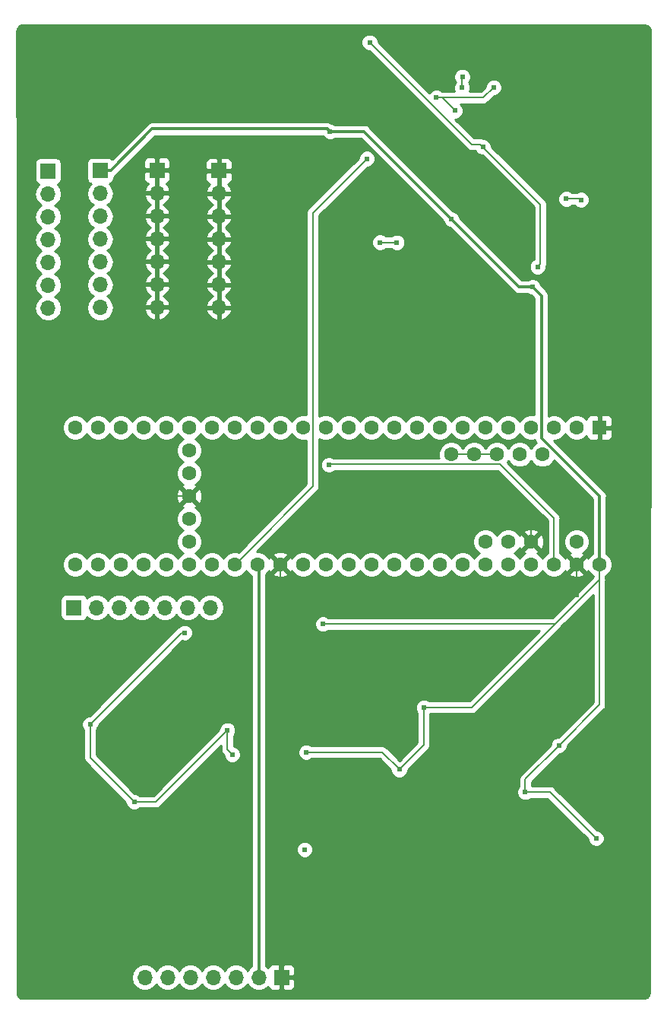
<source format=gbl>
G04 #@! TF.GenerationSoftware,KiCad,Pcbnew,(5.0.1)-4*
G04 #@! TF.CreationDate,2019-12-01T21:58:56-05:00*
G04 #@! TF.ProjectId,new_synth_transistor,6E65775F73796E74685F7472616E7369,rev?*
G04 #@! TF.SameCoordinates,Original*
G04 #@! TF.FileFunction,Copper,L2,Bot,Signal*
G04 #@! TF.FilePolarity,Positive*
%FSLAX46Y46*%
G04 Gerber Fmt 4.6, Leading zero omitted, Abs format (unit mm)*
G04 Created by KiCad (PCBNEW (5.0.1)-4) date 12/1/2019 9:58:56 PM*
%MOMM*%
%LPD*%
G01*
G04 APERTURE LIST*
G04 #@! TA.AperFunction,ComponentPad*
%ADD10C,1.600000*%
G04 #@! TD*
G04 #@! TA.AperFunction,ComponentPad*
%ADD11R,1.600000X1.600000*%
G04 #@! TD*
G04 #@! TA.AperFunction,ComponentPad*
%ADD12O,1.700000X1.700000*%
G04 #@! TD*
G04 #@! TA.AperFunction,ComponentPad*
%ADD13R,1.700000X1.700000*%
G04 #@! TD*
G04 #@! TA.AperFunction,ViaPad*
%ADD14C,0.609600*%
G04 #@! TD*
G04 #@! TA.AperFunction,Conductor*
%ADD15C,0.152400*%
G04 #@! TD*
G04 #@! TA.AperFunction,Conductor*
%ADD16C,0.304800*%
G04 #@! TD*
G04 #@! TA.AperFunction,Conductor*
%ADD17C,0.254000*%
G04 #@! TD*
G04 APERTURE END LIST*
D10*
G04 #@! TO.P,U8,17*
G04 #@! TO.N,Net-(U8-Pad17)*
X237154720Y-60258960D03*
G04 #@! TO.P,U8,18*
G04 #@! TO.N,Net-(U8-Pad18)*
X234614720Y-60258960D03*
G04 #@! TO.P,U8,19*
G04 #@! TO.N,Net-(U8-Pad19)*
X232074720Y-60258960D03*
G04 #@! TO.P,U8,20*
G04 #@! TO.N,Net-(U8-Pad20)*
X229534720Y-60258960D03*
G04 #@! TO.P,U8,16*
G04 #@! TO.N,Net-(U8-Pad16)*
X239694720Y-60258960D03*
G04 #@! TO.P,U8,15*
G04 #@! TO.N,+3V3*
X242234720Y-60258960D03*
G04 #@! TO.P,U8,14*
G04 #@! TO.N,Net-(U8-Pad14)*
X244774720Y-60258960D03*
G04 #@! TO.P,U8,21*
G04 #@! TO.N,Net-(U8-Pad21)*
X226994720Y-60258960D03*
G04 #@! TO.P,U8,22*
G04 #@! TO.N,Net-(U8-Pad22)*
X224454720Y-60258960D03*
G04 #@! TO.P,U8,23*
G04 #@! TO.N,Net-(U8-Pad23)*
X221914720Y-60258960D03*
G04 #@! TO.P,U8,24*
G04 #@! TO.N,Net-(U8-Pad24)*
X219374720Y-60258960D03*
G04 #@! TO.P,U8,25*
G04 #@! TO.N,Net-(U8-Pad25)*
X232074720Y-62798960D03*
G04 #@! TO.P,U8,26*
G04 #@! TO.N,+3V3*
X232074720Y-65338960D03*
G04 #@! TO.P,U8,27*
G04 #@! TO.N,GND*
X232074720Y-67878960D03*
G04 #@! TO.P,U8,28*
G04 #@! TO.N,Net-(U8-Pad28)*
X232074720Y-70418960D03*
G04 #@! TO.P,U8,29*
G04 #@! TO.N,Net-(U8-Pad29)*
X232074720Y-72958960D03*
G04 #@! TO.P,U8,30*
G04 #@! TO.N,/L1*
X219374720Y-75498960D03*
G04 #@! TO.P,U8,31*
G04 #@! TO.N,/L2*
X221914720Y-75498960D03*
G04 #@! TO.P,U8,32*
G04 #@! TO.N,/L3*
X224454720Y-75498960D03*
G04 #@! TO.P,U8,33*
G04 #@! TO.N,/L4*
X226994720Y-75498960D03*
G04 #@! TO.P,U8,34*
G04 #@! TO.N,/L5*
X229534720Y-75498960D03*
G04 #@! TO.P,U8,35*
G04 #@! TO.N,/L6*
X232074720Y-75498960D03*
G04 #@! TO.P,U8,36*
G04 #@! TO.N,/L7*
X234614720Y-75498960D03*
G04 #@! TO.P,U8,37*
G04 #@! TO.N,/SIGNAL*
X237154720Y-75498960D03*
G04 #@! TO.P,U8,13*
G04 #@! TO.N,Net-(U8-Pad13)*
X247314720Y-60258960D03*
G04 #@! TO.P,U8,12*
G04 #@! TO.N,Net-(U8-Pad12)*
X249854720Y-60258960D03*
G04 #@! TO.P,U8,11*
G04 #@! TO.N,Net-(U8-Pad11)*
X252394720Y-60258960D03*
G04 #@! TO.P,U8,10*
G04 #@! TO.N,Net-(U8-Pad10)*
X254934720Y-60258960D03*
G04 #@! TO.P,U8,9*
G04 #@! TO.N,Net-(U8-Pad9)*
X257474720Y-60258960D03*
G04 #@! TO.P,U8,8*
G04 #@! TO.N,Net-(U8-Pad8)*
X260014720Y-60258960D03*
G04 #@! TO.P,U8,7*
G04 #@! TO.N,Net-(U8-Pad7)*
X262554720Y-60258960D03*
G04 #@! TO.P,U8,6*
G04 #@! TO.N,Net-(U8-Pad6)*
X265094720Y-60258960D03*
G04 #@! TO.P,U8,5*
G04 #@! TO.N,Net-(U8-Pad5)*
X267634720Y-60258960D03*
G04 #@! TO.P,U8,4*
G04 #@! TO.N,Net-(U8-Pad4)*
X270174720Y-60258960D03*
G04 #@! TO.P,U8,3*
G04 #@! TO.N,Net-(U8-Pad3)*
X272714720Y-60258960D03*
G04 #@! TO.P,U8,2*
G04 #@! TO.N,Net-(U8-Pad2)*
X275254720Y-60258960D03*
D11*
G04 #@! TO.P,U8,1*
G04 #@! TO.N,GND*
X277794720Y-60258960D03*
D10*
G04 #@! TO.P,U8,38*
G04 #@! TO.N,/TONE*
X239694720Y-75498960D03*
G04 #@! TO.P,U8,39*
G04 #@! TO.N,GND*
X242234720Y-75498960D03*
G04 #@! TO.P,U8,40*
G04 #@! TO.N,Net-(U8-Pad40)*
X244774720Y-75498960D03*
G04 #@! TO.P,U8,41*
G04 #@! TO.N,/ADSR_OUT*
X247314720Y-75498960D03*
G04 #@! TO.P,U8,42*
G04 #@! TO.N,Net-(U8-Pad42)*
X249854720Y-75498960D03*
G04 #@! TO.P,U8,43*
G04 #@! TO.N,Net-(U8-Pad43)*
X252394720Y-75498960D03*
G04 #@! TO.P,U8,44*
G04 #@! TO.N,/T7*
X254934720Y-75498960D03*
G04 #@! TO.P,U8,45*
G04 #@! TO.N,/T6*
X257474720Y-75498960D03*
G04 #@! TO.P,U8,46*
G04 #@! TO.N,/T5*
X260014720Y-75498960D03*
G04 #@! TO.P,U8,47*
G04 #@! TO.N,/T4*
X262554720Y-75498960D03*
G04 #@! TO.P,U8,48*
G04 #@! TO.N,/T3*
X265094720Y-75498960D03*
G04 #@! TO.P,U8,49*
G04 #@! TO.N,/T2*
X267634720Y-75498960D03*
G04 #@! TO.P,U8,50*
G04 #@! TO.N,/T1*
X270174720Y-75498960D03*
G04 #@! TO.P,U8,51*
G04 #@! TO.N,+3V3*
X272714720Y-75498960D03*
G04 #@! TO.P,U8,52*
G04 #@! TO.N,GND*
X275254720Y-75498960D03*
G04 #@! TO.P,U8,53*
G04 #@! TO.N,+5V*
X277794720Y-75498960D03*
G04 #@! TO.P,U8,54*
G04 #@! TO.N,Net-(U8-Pad54)*
X275254720Y-72958960D03*
G04 #@! TO.P,U8,55*
G04 #@! TO.N,GND*
X270174720Y-72958960D03*
G04 #@! TO.P,U8,56*
G04 #@! TO.N,Net-(U8-Pad56)*
X267634720Y-72958960D03*
G04 #@! TO.P,U8,57*
G04 #@! TO.N,Net-(U8-Pad57)*
X265094720Y-72958960D03*
G04 #@! TO.P,U8,58*
G04 #@! TO.N,N/C*
X271444720Y-63258960D03*
G04 #@! TO.P,U8,59*
X268904720Y-63258960D03*
G04 #@! TO.P,U8,60*
X266364720Y-63258960D03*
G04 #@! TO.P,U8,61*
X263824720Y-63258960D03*
G04 #@! TO.P,U8,62*
X261284720Y-63258960D03*
G04 #@! TD*
D12*
G04 #@! TO.P,J1,7*
G04 #@! TO.N,Net-(J1-Pad7)*
X227116640Y-121452640D03*
G04 #@! TO.P,J1,6*
G04 #@! TO.N,Net-(J1-Pad6)*
X229656640Y-121452640D03*
G04 #@! TO.P,J1,5*
G04 #@! TO.N,Net-(J1-Pad5)*
X232196640Y-121452640D03*
G04 #@! TO.P,J1,4*
G04 #@! TO.N,Net-(J1-Pad4)*
X234736640Y-121452640D03*
G04 #@! TO.P,J1,3*
G04 #@! TO.N,Net-(J1-Pad3)*
X237276640Y-121452640D03*
G04 #@! TO.P,J1,2*
G04 #@! TO.N,/TONE*
X239816640Y-121452640D03*
D13*
G04 #@! TO.P,J1,1*
G04 #@! TO.N,GND*
X242356640Y-121452640D03*
G04 #@! TD*
G04 #@! TO.P,J2,1*
G04 #@! TO.N,+5V*
X216341960Y-31701740D03*
D12*
G04 #@! TO.P,J2,2*
X216341960Y-34241740D03*
G04 #@! TO.P,J2,3*
X216341960Y-36781740D03*
G04 #@! TO.P,J2,4*
X216341960Y-39321740D03*
G04 #@! TO.P,J2,5*
X216341960Y-41861740D03*
G04 #@! TO.P,J2,6*
X216341960Y-44401740D03*
G04 #@! TO.P,J2,7*
X216341960Y-46941740D03*
G04 #@! TD*
D13*
G04 #@! TO.P,J3,1*
G04 #@! TO.N,GND*
X228488240Y-31630620D03*
D12*
G04 #@! TO.P,J3,2*
X228488240Y-34170620D03*
G04 #@! TO.P,J3,3*
X228488240Y-36710620D03*
G04 #@! TO.P,J3,4*
X228488240Y-39250620D03*
G04 #@! TO.P,J3,5*
X228488240Y-41790620D03*
G04 #@! TO.P,J3,6*
X228488240Y-44330620D03*
G04 #@! TO.P,J3,7*
X228488240Y-46870620D03*
G04 #@! TD*
D13*
G04 #@! TO.P,J4,1*
G04 #@! TO.N,+5V*
X222158560Y-31673800D03*
D12*
G04 #@! TO.P,J4,2*
X222158560Y-34213800D03*
G04 #@! TO.P,J4,3*
X222158560Y-36753800D03*
G04 #@! TO.P,J4,4*
X222158560Y-39293800D03*
G04 #@! TO.P,J4,5*
X222158560Y-41833800D03*
G04 #@! TO.P,J4,6*
X222158560Y-44373800D03*
G04 #@! TO.P,J4,7*
X222158560Y-46913800D03*
G04 #@! TD*
G04 #@! TO.P,J5,7*
G04 #@! TO.N,GND*
X235374180Y-46913800D03*
G04 #@! TO.P,J5,6*
X235374180Y-44373800D03*
G04 #@! TO.P,J5,5*
X235374180Y-41833800D03*
G04 #@! TO.P,J5,4*
X235374180Y-39293800D03*
G04 #@! TO.P,J5,3*
X235374180Y-36753800D03*
G04 #@! TO.P,J5,2*
X235374180Y-34213800D03*
D13*
G04 #@! TO.P,J5,1*
X235374180Y-31673800D03*
G04 #@! TD*
D12*
G04 #@! TO.P,J6,7*
G04 #@! TO.N,/L7*
X234447080Y-80284320D03*
G04 #@! TO.P,J6,6*
G04 #@! TO.N,/L6*
X231907080Y-80284320D03*
G04 #@! TO.P,J6,5*
G04 #@! TO.N,/L5*
X229367080Y-80284320D03*
G04 #@! TO.P,J6,4*
G04 #@! TO.N,/L4*
X226827080Y-80284320D03*
G04 #@! TO.P,J6,3*
G04 #@! TO.N,/L3*
X224287080Y-80284320D03*
G04 #@! TO.P,J6,2*
G04 #@! TO.N,/L2*
X221747080Y-80284320D03*
D13*
G04 #@! TO.P,J6,1*
G04 #@! TO.N,/L1*
X219207080Y-80284320D03*
G04 #@! TD*
D14*
G04 #@! TO.N,Net-(Q1-Pad3)*
X262512420Y-21213542D03*
X262492100Y-22453062D03*
G04 #@! TO.N,GND*
X269110460Y-65128140D03*
X270301720Y-56522620D03*
X236651800Y-107589320D03*
X247599200Y-100568760D03*
X246761000Y-121371360D03*
X222016320Y-93832680D03*
X218851480Y-85135720D03*
X238511080Y-83479640D03*
X236357160Y-98907600D03*
X231536240Y-91937840D03*
X243819680Y-92989400D03*
X247489894Y-89227574D03*
X260446520Y-97195640D03*
X261609840Y-103362760D03*
X267258800Y-111566960D03*
X281731720Y-101244400D03*
X276717760Y-98806000D03*
X269483840Y-97586800D03*
X269956280Y-91683840D03*
X270149320Y-69682360D03*
X242234720Y-79349600D03*
X229052120Y-67868800D03*
X243027200Y-42042080D03*
X275263021Y-78890541D03*
X266959080Y-56588660D03*
G04 #@! TO.N,+3V3*
X247629680Y-64414400D03*
G04 #@! TO.N,GNDREF*
X252181360Y-17388840D03*
X264825480Y-29042360D03*
X270901160Y-42367200D03*
G04 #@! TO.N,+5V*
X277428960Y-105984040D03*
X258221480Y-91399360D03*
X231566720Y-83093560D03*
X244942360Y-107223560D03*
X255483360Y-98308160D03*
X221020640Y-93278960D03*
X225938080Y-101909880D03*
X236321600Y-93944440D03*
X236870240Y-96641920D03*
X245125240Y-96398080D03*
X270357600Y-44607480D03*
X261294880Y-37068760D03*
X247771920Y-27330400D03*
X269529560Y-100832920D03*
X273293840Y-95615760D03*
X246964200Y-82123280D03*
G04 #@! TO.N,/SIGNAL*
X251876560Y-30332680D03*
G04 #@! TO.N,/ADSR_OUT*
X275737320Y-34904680D03*
X274091400Y-34808160D03*
G04 #@! TO.N,Net-(Q4-Pad3)*
X253344680Y-39644320D03*
X255209040Y-39654480D03*
G04 #@! TO.N,/2B*
X261680960Y-24988520D03*
X259616590Y-23540720D03*
X266009120Y-22402800D03*
G04 #@! TD*
D15*
G04 #@! TO.N,*
X262416090Y-63258960D02*
X263824720Y-63258960D01*
X261284720Y-63258960D02*
X262416090Y-63258960D01*
X264956090Y-63258960D02*
X266364720Y-63258960D01*
X263824720Y-63258960D02*
X264956090Y-63258960D01*
G04 #@! TO.N,Net-(Q1-Pad3)*
X262492100Y-22453062D02*
X262492100Y-22022010D01*
X262492100Y-21233862D02*
X262512420Y-21213542D01*
X262492100Y-22022010D02*
X262492100Y-21233862D01*
D16*
G04 #@! TO.N,GND*
X242234720Y-121330720D02*
X242356640Y-121452640D01*
D15*
X277794720Y-60258960D02*
X277794720Y-56728360D01*
X232074720Y-67878960D02*
X229062280Y-67878960D01*
X229062280Y-67878960D02*
X229052120Y-67868800D01*
X242234720Y-75498960D02*
X242234720Y-79349600D01*
D16*
X242234720Y-79349600D02*
X242234720Y-121330720D01*
D15*
X270174720Y-72958960D02*
X270174720Y-69707760D01*
X270174720Y-69707760D02*
X270149320Y-69682360D01*
X242356640Y-121452640D02*
X246679720Y-121452640D01*
X246679720Y-121452640D02*
X246761000Y-121371360D01*
X275254720Y-78882240D02*
X275263021Y-78890541D01*
X275254720Y-75498960D02*
X275254720Y-78882240D01*
G04 #@! TO.N,+3V3*
X272714720Y-75498960D02*
X272714720Y-70317360D01*
X266732521Y-64335161D02*
X247820679Y-64335161D01*
X272714720Y-70317360D02*
X266732521Y-64335161D01*
X247820679Y-64335161D02*
X247741440Y-64414400D01*
X247741440Y-64414400D02*
X247629680Y-64414400D01*
G04 #@! TO.N,GNDREF*
X263530081Y-28737561D02*
X252486159Y-17693639D01*
X264520681Y-28737561D02*
X263530081Y-28737561D01*
X252486159Y-17693639D02*
X252181360Y-17388840D01*
X264825480Y-29042360D02*
X264520681Y-28737561D01*
X265130279Y-29347159D02*
X264825480Y-29042360D01*
X271205959Y-42062401D02*
X271205959Y-35422839D01*
X271205959Y-35422839D02*
X265130279Y-29347159D01*
X270901160Y-42367200D02*
X271205959Y-42062401D01*
G04 #@! TO.N,+5V*
X269529560Y-100832920D02*
X269529560Y-99380040D01*
X277794720Y-91114880D02*
X277794720Y-75498960D01*
X269529560Y-99380040D02*
X273293840Y-95615760D01*
X273293840Y-95615760D02*
X277794720Y-91114880D01*
X258221480Y-95570040D02*
X258221480Y-91399360D01*
X255483360Y-98308160D02*
X258221480Y-95570040D01*
X277794720Y-76630330D02*
X277794720Y-75498960D01*
X258221480Y-91399360D02*
X263575876Y-91399360D01*
X277794720Y-77180516D02*
X277794720Y-76630330D01*
X253573280Y-96398080D02*
X255483360Y-98308160D01*
X245125240Y-96398080D02*
X253573280Y-96398080D01*
X236321600Y-96093280D02*
X236870240Y-96641920D01*
X236321600Y-93944440D02*
X236321600Y-96093280D01*
X228356160Y-101909880D02*
X236321600Y-93944440D01*
X225938080Y-101909880D02*
X228356160Y-101909880D01*
X221020640Y-96992440D02*
X225938080Y-101909880D01*
X221020640Y-93278960D02*
X221020640Y-96992440D01*
X231206040Y-83093560D02*
X231566720Y-83093560D01*
X221020640Y-93278960D02*
X231206040Y-83093560D01*
X272851956Y-82123280D02*
X272948400Y-82026836D01*
X246964200Y-82123280D02*
X272851956Y-82123280D01*
X263575876Y-91399360D02*
X272948400Y-82026836D01*
X272948400Y-82026836D02*
X277794720Y-77180516D01*
X272277840Y-100832920D02*
X277428960Y-105984040D01*
X269529560Y-100832920D02*
X272277840Y-100832920D01*
D16*
X223313360Y-31673800D02*
X222158560Y-31673800D01*
X227961559Y-27025601D02*
X223313360Y-31673800D01*
X247467121Y-27025601D02*
X227961559Y-27025601D01*
X247771920Y-27330400D02*
X247467121Y-27025601D01*
X251556520Y-27330400D02*
X261294880Y-37068760D01*
X247771920Y-27330400D02*
X251556520Y-27330400D01*
X268833600Y-44607480D02*
X261294880Y-37068760D01*
X270357600Y-44607480D02*
X268833600Y-44607480D01*
X270662399Y-44912279D02*
X270357600Y-44607480D01*
X271327121Y-45577001D02*
X270662399Y-44912279D01*
X271327121Y-61435807D02*
X271327121Y-45577001D01*
X277794720Y-67903406D02*
X271327121Y-61435807D01*
X277794720Y-75498960D02*
X277794720Y-67903406D01*
D15*
G04 #@! TO.N,/SIGNAL*
X237954719Y-74698961D02*
X237154720Y-75498960D01*
X245850921Y-36358319D02*
X245850921Y-66802759D01*
X245850921Y-66802759D02*
X237954719Y-74698961D01*
X251876560Y-30332680D02*
X245850921Y-36358319D01*
G04 #@! TO.N,/ADSR_OUT*
X275640800Y-34808160D02*
X275737320Y-34904680D01*
X274091400Y-34808160D02*
X275640800Y-34808160D01*
G04 #@! TO.N,Net-(Q4-Pad3)*
X255209040Y-39654480D02*
X254777988Y-39654480D01*
X254777988Y-39654480D02*
X253354840Y-39654480D01*
X253354840Y-39654480D02*
X253344680Y-39644320D01*
G04 #@! TO.N,/2B*
X264871200Y-23540720D02*
X260047642Y-23540720D01*
X260047642Y-23540720D02*
X259616590Y-23540720D01*
X266009120Y-22402800D02*
X264871200Y-23540720D01*
X260233160Y-23540720D02*
X259616590Y-23540720D01*
X261680960Y-24988520D02*
X260233160Y-23540720D01*
D16*
G04 #@! TO.N,/TONE*
X239816640Y-75620880D02*
X239694720Y-75498960D01*
X239816640Y-121452640D02*
X239816640Y-75620880D01*
G04 #@! TD*
D17*
G04 #@! TO.N,GND*
G36*
X283092005Y-15542990D02*
X283255719Y-15634154D01*
X283378378Y-15775811D01*
X283453752Y-15973311D01*
X283465539Y-16121798D01*
X283399675Y-123065490D01*
X283383027Y-123108455D01*
X283324351Y-123405344D01*
X283234770Y-123553380D01*
X283099957Y-123661852D01*
X282901633Y-123729446D01*
X282802414Y-123737050D01*
X282789546Y-123740350D01*
X213558776Y-123795949D01*
X213258844Y-123746192D01*
X213107987Y-123657262D01*
X212999256Y-123519983D01*
X212936708Y-123318926D01*
X212922414Y-93092022D01*
X220080840Y-93092022D01*
X220080840Y-93465898D01*
X220223916Y-93811314D01*
X220309440Y-93896838D01*
X220309441Y-96922394D01*
X220295508Y-96992440D01*
X220350705Y-97269936D01*
X220468216Y-97445804D01*
X220468219Y-97445807D01*
X220507895Y-97505186D01*
X220567274Y-97544862D01*
X224998280Y-101975869D01*
X224998280Y-102096818D01*
X225141356Y-102442234D01*
X225405726Y-102706604D01*
X225751142Y-102849680D01*
X226125018Y-102849680D01*
X226470434Y-102706604D01*
X226555958Y-102621080D01*
X228286119Y-102621080D01*
X228356160Y-102635012D01*
X228426201Y-102621080D01*
X228426206Y-102621080D01*
X228633656Y-102579816D01*
X228868906Y-102422626D01*
X228908584Y-102363244D01*
X235610401Y-95661428D01*
X235610401Y-96023234D01*
X235596468Y-96093280D01*
X235651665Y-96370776D01*
X235769176Y-96546644D01*
X235769179Y-96546647D01*
X235808855Y-96606026D01*
X235868234Y-96645702D01*
X235930440Y-96707908D01*
X235930440Y-96828858D01*
X236073516Y-97174274D01*
X236337886Y-97438644D01*
X236683302Y-97581720D01*
X237057178Y-97581720D01*
X237402594Y-97438644D01*
X237666964Y-97174274D01*
X237810040Y-96828858D01*
X237810040Y-96454982D01*
X237666964Y-96109566D01*
X237402594Y-95845196D01*
X237057178Y-95702120D01*
X237032800Y-95702120D01*
X237032800Y-94562318D01*
X237118324Y-94476794D01*
X237261400Y-94131378D01*
X237261400Y-93757502D01*
X237118324Y-93412086D01*
X236853954Y-93147716D01*
X236508538Y-93004640D01*
X236134662Y-93004640D01*
X235789246Y-93147716D01*
X235524876Y-93412086D01*
X235381800Y-93757502D01*
X235381800Y-93878451D01*
X228061572Y-101198680D01*
X226555958Y-101198680D01*
X226470434Y-101113156D01*
X226125018Y-100970080D01*
X226004069Y-100970080D01*
X221731840Y-96697852D01*
X221731840Y-93896838D01*
X221817364Y-93811314D01*
X221960440Y-93465898D01*
X221960440Y-93344948D01*
X231303589Y-84001800D01*
X231379782Y-84033360D01*
X231753658Y-84033360D01*
X232099074Y-83890284D01*
X232363444Y-83625914D01*
X232506520Y-83280498D01*
X232506520Y-82906622D01*
X232363444Y-82561206D01*
X232099074Y-82296836D01*
X231753658Y-82153760D01*
X231379782Y-82153760D01*
X231034366Y-82296836D01*
X230865359Y-82465843D01*
X230752675Y-82541136D01*
X230752673Y-82541138D01*
X230693294Y-82580814D01*
X230653618Y-82640193D01*
X220954652Y-92339160D01*
X220833702Y-92339160D01*
X220488286Y-92482236D01*
X220223916Y-92746606D01*
X220080840Y-93092022D01*
X212922414Y-93092022D01*
X212915954Y-79434320D01*
X217709640Y-79434320D01*
X217709640Y-81134320D01*
X217758923Y-81382085D01*
X217899271Y-81592129D01*
X218109315Y-81732477D01*
X218357080Y-81781760D01*
X220057080Y-81781760D01*
X220304845Y-81732477D01*
X220514889Y-81592129D01*
X220655237Y-81382085D01*
X220664264Y-81336701D01*
X220676455Y-81354945D01*
X221167662Y-81683159D01*
X221600824Y-81769320D01*
X221893336Y-81769320D01*
X222326498Y-81683159D01*
X222817705Y-81354945D01*
X223017080Y-81056559D01*
X223216455Y-81354945D01*
X223707662Y-81683159D01*
X224140824Y-81769320D01*
X224433336Y-81769320D01*
X224866498Y-81683159D01*
X225357705Y-81354945D01*
X225557080Y-81056559D01*
X225756455Y-81354945D01*
X226247662Y-81683159D01*
X226680824Y-81769320D01*
X226973336Y-81769320D01*
X227406498Y-81683159D01*
X227897705Y-81354945D01*
X228097080Y-81056559D01*
X228296455Y-81354945D01*
X228787662Y-81683159D01*
X229220824Y-81769320D01*
X229513336Y-81769320D01*
X229946498Y-81683159D01*
X230437705Y-81354945D01*
X230637080Y-81056559D01*
X230836455Y-81354945D01*
X231327662Y-81683159D01*
X231760824Y-81769320D01*
X232053336Y-81769320D01*
X232486498Y-81683159D01*
X232977705Y-81354945D01*
X233177080Y-81056559D01*
X233376455Y-81354945D01*
X233867662Y-81683159D01*
X234300824Y-81769320D01*
X234593336Y-81769320D01*
X235026498Y-81683159D01*
X235517705Y-81354945D01*
X235845919Y-80863738D01*
X235961172Y-80284320D01*
X235845919Y-79704902D01*
X235517705Y-79213695D01*
X235026498Y-78885481D01*
X234593336Y-78799320D01*
X234300824Y-78799320D01*
X233867662Y-78885481D01*
X233376455Y-79213695D01*
X233177080Y-79512081D01*
X232977705Y-79213695D01*
X232486498Y-78885481D01*
X232053336Y-78799320D01*
X231760824Y-78799320D01*
X231327662Y-78885481D01*
X230836455Y-79213695D01*
X230637080Y-79512081D01*
X230437705Y-79213695D01*
X229946498Y-78885481D01*
X229513336Y-78799320D01*
X229220824Y-78799320D01*
X228787662Y-78885481D01*
X228296455Y-79213695D01*
X228097080Y-79512081D01*
X227897705Y-79213695D01*
X227406498Y-78885481D01*
X226973336Y-78799320D01*
X226680824Y-78799320D01*
X226247662Y-78885481D01*
X225756455Y-79213695D01*
X225557080Y-79512081D01*
X225357705Y-79213695D01*
X224866498Y-78885481D01*
X224433336Y-78799320D01*
X224140824Y-78799320D01*
X223707662Y-78885481D01*
X223216455Y-79213695D01*
X223017080Y-79512081D01*
X222817705Y-79213695D01*
X222326498Y-78885481D01*
X221893336Y-78799320D01*
X221600824Y-78799320D01*
X221167662Y-78885481D01*
X220676455Y-79213695D01*
X220664264Y-79231939D01*
X220655237Y-79186555D01*
X220514889Y-78976511D01*
X220304845Y-78836163D01*
X220057080Y-78786880D01*
X218357080Y-78786880D01*
X218109315Y-78836163D01*
X217899271Y-78976511D01*
X217758923Y-79186555D01*
X217709640Y-79434320D01*
X212915954Y-79434320D01*
X212910387Y-67662183D01*
X230627755Y-67662183D01*
X230654942Y-68232414D01*
X230820856Y-68632965D01*
X231066975Y-68707099D01*
X231895115Y-67878960D01*
X232254325Y-67878960D01*
X233082465Y-68707099D01*
X233328584Y-68632965D01*
X233521685Y-68095737D01*
X233494498Y-67525506D01*
X233328584Y-67124955D01*
X233082465Y-67050821D01*
X232254325Y-67878960D01*
X231895115Y-67878960D01*
X231066975Y-67050821D01*
X230820856Y-67124955D01*
X230627755Y-67662183D01*
X212910387Y-67662183D01*
X212906751Y-59973521D01*
X217939720Y-59973521D01*
X217939720Y-60544399D01*
X218158186Y-61071822D01*
X218561858Y-61475494D01*
X219089281Y-61693960D01*
X219660159Y-61693960D01*
X220187582Y-61475494D01*
X220591254Y-61071822D01*
X220644720Y-60942744D01*
X220698186Y-61071822D01*
X221101858Y-61475494D01*
X221629281Y-61693960D01*
X222200159Y-61693960D01*
X222727582Y-61475494D01*
X223131254Y-61071822D01*
X223184720Y-60942744D01*
X223238186Y-61071822D01*
X223641858Y-61475494D01*
X224169281Y-61693960D01*
X224740159Y-61693960D01*
X225267582Y-61475494D01*
X225671254Y-61071822D01*
X225724720Y-60942744D01*
X225778186Y-61071822D01*
X226181858Y-61475494D01*
X226709281Y-61693960D01*
X227280159Y-61693960D01*
X227807582Y-61475494D01*
X228211254Y-61071822D01*
X228264720Y-60942744D01*
X228318186Y-61071822D01*
X228721858Y-61475494D01*
X229249281Y-61693960D01*
X229820159Y-61693960D01*
X230347582Y-61475494D01*
X230751254Y-61071822D01*
X230804720Y-60942744D01*
X230858186Y-61071822D01*
X231261858Y-61475494D01*
X231390936Y-61528960D01*
X231261858Y-61582426D01*
X230858186Y-61986098D01*
X230639720Y-62513521D01*
X230639720Y-63084399D01*
X230858186Y-63611822D01*
X231261858Y-64015494D01*
X231390936Y-64068960D01*
X231261858Y-64122426D01*
X230858186Y-64526098D01*
X230639720Y-65053521D01*
X230639720Y-65624399D01*
X230858186Y-66151822D01*
X231261858Y-66555494D01*
X231375303Y-66602485D01*
X231320715Y-66625096D01*
X231246581Y-66871215D01*
X232074720Y-67699355D01*
X232902859Y-66871215D01*
X232828725Y-66625096D01*
X232770272Y-66604086D01*
X232887582Y-66555494D01*
X233291254Y-66151822D01*
X233509720Y-65624399D01*
X233509720Y-65053521D01*
X233291254Y-64526098D01*
X232887582Y-64122426D01*
X232758504Y-64068960D01*
X232887582Y-64015494D01*
X233291254Y-63611822D01*
X233509720Y-63084399D01*
X233509720Y-62513521D01*
X233291254Y-61986098D01*
X232887582Y-61582426D01*
X232758504Y-61528960D01*
X232887582Y-61475494D01*
X233291254Y-61071822D01*
X233344720Y-60942744D01*
X233398186Y-61071822D01*
X233801858Y-61475494D01*
X234329281Y-61693960D01*
X234900159Y-61693960D01*
X235427582Y-61475494D01*
X235831254Y-61071822D01*
X235884720Y-60942744D01*
X235938186Y-61071822D01*
X236341858Y-61475494D01*
X236869281Y-61693960D01*
X237440159Y-61693960D01*
X237967582Y-61475494D01*
X238371254Y-61071822D01*
X238424720Y-60942744D01*
X238478186Y-61071822D01*
X238881858Y-61475494D01*
X239409281Y-61693960D01*
X239980159Y-61693960D01*
X240507582Y-61475494D01*
X240911254Y-61071822D01*
X240964720Y-60942744D01*
X241018186Y-61071822D01*
X241421858Y-61475494D01*
X241949281Y-61693960D01*
X242520159Y-61693960D01*
X243047582Y-61475494D01*
X243451254Y-61071822D01*
X243504720Y-60942744D01*
X243558186Y-61071822D01*
X243961858Y-61475494D01*
X244489281Y-61693960D01*
X245060159Y-61693960D01*
X245139722Y-61661004D01*
X245139722Y-66508169D01*
X237541822Y-74106070D01*
X237440159Y-74063960D01*
X236869281Y-74063960D01*
X236341858Y-74282426D01*
X235938186Y-74686098D01*
X235884720Y-74815176D01*
X235831254Y-74686098D01*
X235427582Y-74282426D01*
X234900159Y-74063960D01*
X234329281Y-74063960D01*
X233801858Y-74282426D01*
X233398186Y-74686098D01*
X233344720Y-74815176D01*
X233291254Y-74686098D01*
X232887582Y-74282426D01*
X232758504Y-74228960D01*
X232887582Y-74175494D01*
X233291254Y-73771822D01*
X233509720Y-73244399D01*
X233509720Y-72673521D01*
X233291254Y-72146098D01*
X232887582Y-71742426D01*
X232758504Y-71688960D01*
X232887582Y-71635494D01*
X233291254Y-71231822D01*
X233509720Y-70704399D01*
X233509720Y-70133521D01*
X233291254Y-69606098D01*
X232887582Y-69202426D01*
X232774137Y-69155435D01*
X232828725Y-69132824D01*
X232902859Y-68886705D01*
X232074720Y-68058565D01*
X231246581Y-68886705D01*
X231320715Y-69132824D01*
X231379168Y-69153834D01*
X231261858Y-69202426D01*
X230858186Y-69606098D01*
X230639720Y-70133521D01*
X230639720Y-70704399D01*
X230858186Y-71231822D01*
X231261858Y-71635494D01*
X231390936Y-71688960D01*
X231261858Y-71742426D01*
X230858186Y-72146098D01*
X230639720Y-72673521D01*
X230639720Y-73244399D01*
X230858186Y-73771822D01*
X231261858Y-74175494D01*
X231390936Y-74228960D01*
X231261858Y-74282426D01*
X230858186Y-74686098D01*
X230804720Y-74815176D01*
X230751254Y-74686098D01*
X230347582Y-74282426D01*
X229820159Y-74063960D01*
X229249281Y-74063960D01*
X228721858Y-74282426D01*
X228318186Y-74686098D01*
X228264720Y-74815176D01*
X228211254Y-74686098D01*
X227807582Y-74282426D01*
X227280159Y-74063960D01*
X226709281Y-74063960D01*
X226181858Y-74282426D01*
X225778186Y-74686098D01*
X225724720Y-74815176D01*
X225671254Y-74686098D01*
X225267582Y-74282426D01*
X224740159Y-74063960D01*
X224169281Y-74063960D01*
X223641858Y-74282426D01*
X223238186Y-74686098D01*
X223184720Y-74815176D01*
X223131254Y-74686098D01*
X222727582Y-74282426D01*
X222200159Y-74063960D01*
X221629281Y-74063960D01*
X221101858Y-74282426D01*
X220698186Y-74686098D01*
X220644720Y-74815176D01*
X220591254Y-74686098D01*
X220187582Y-74282426D01*
X219660159Y-74063960D01*
X219089281Y-74063960D01*
X218561858Y-74282426D01*
X218158186Y-74686098D01*
X217939720Y-75213521D01*
X217939720Y-75784399D01*
X218158186Y-76311822D01*
X218561858Y-76715494D01*
X219089281Y-76933960D01*
X219660159Y-76933960D01*
X220187582Y-76715494D01*
X220591254Y-76311822D01*
X220644720Y-76182744D01*
X220698186Y-76311822D01*
X221101858Y-76715494D01*
X221629281Y-76933960D01*
X222200159Y-76933960D01*
X222727582Y-76715494D01*
X223131254Y-76311822D01*
X223184720Y-76182744D01*
X223238186Y-76311822D01*
X223641858Y-76715494D01*
X224169281Y-76933960D01*
X224740159Y-76933960D01*
X225267582Y-76715494D01*
X225671254Y-76311822D01*
X225724720Y-76182744D01*
X225778186Y-76311822D01*
X226181858Y-76715494D01*
X226709281Y-76933960D01*
X227280159Y-76933960D01*
X227807582Y-76715494D01*
X228211254Y-76311822D01*
X228264720Y-76182744D01*
X228318186Y-76311822D01*
X228721858Y-76715494D01*
X229249281Y-76933960D01*
X229820159Y-76933960D01*
X230347582Y-76715494D01*
X230751254Y-76311822D01*
X230804720Y-76182744D01*
X230858186Y-76311822D01*
X231261858Y-76715494D01*
X231789281Y-76933960D01*
X232360159Y-76933960D01*
X232887582Y-76715494D01*
X233291254Y-76311822D01*
X233344720Y-76182744D01*
X233398186Y-76311822D01*
X233801858Y-76715494D01*
X234329281Y-76933960D01*
X234900159Y-76933960D01*
X235427582Y-76715494D01*
X235831254Y-76311822D01*
X235884720Y-76182744D01*
X235938186Y-76311822D01*
X236341858Y-76715494D01*
X236869281Y-76933960D01*
X237440159Y-76933960D01*
X237967582Y-76715494D01*
X238371254Y-76311822D01*
X238424720Y-76182744D01*
X238478186Y-76311822D01*
X238881858Y-76715494D01*
X239029241Y-76776542D01*
X239029240Y-120192770D01*
X238746015Y-120382015D01*
X238546640Y-120680401D01*
X238347265Y-120382015D01*
X237856058Y-120053801D01*
X237422896Y-119967640D01*
X237130384Y-119967640D01*
X236697222Y-120053801D01*
X236206015Y-120382015D01*
X236006640Y-120680401D01*
X235807265Y-120382015D01*
X235316058Y-120053801D01*
X234882896Y-119967640D01*
X234590384Y-119967640D01*
X234157222Y-120053801D01*
X233666015Y-120382015D01*
X233466640Y-120680401D01*
X233267265Y-120382015D01*
X232776058Y-120053801D01*
X232342896Y-119967640D01*
X232050384Y-119967640D01*
X231617222Y-120053801D01*
X231126015Y-120382015D01*
X230926640Y-120680401D01*
X230727265Y-120382015D01*
X230236058Y-120053801D01*
X229802896Y-119967640D01*
X229510384Y-119967640D01*
X229077222Y-120053801D01*
X228586015Y-120382015D01*
X228386640Y-120680401D01*
X228187265Y-120382015D01*
X227696058Y-120053801D01*
X227262896Y-119967640D01*
X226970384Y-119967640D01*
X226537222Y-120053801D01*
X226046015Y-120382015D01*
X225717801Y-120873222D01*
X225602548Y-121452640D01*
X225717801Y-122032058D01*
X226046015Y-122523265D01*
X226537222Y-122851479D01*
X226970384Y-122937640D01*
X227262896Y-122937640D01*
X227696058Y-122851479D01*
X228187265Y-122523265D01*
X228386640Y-122224879D01*
X228586015Y-122523265D01*
X229077222Y-122851479D01*
X229510384Y-122937640D01*
X229802896Y-122937640D01*
X230236058Y-122851479D01*
X230727265Y-122523265D01*
X230926640Y-122224879D01*
X231126015Y-122523265D01*
X231617222Y-122851479D01*
X232050384Y-122937640D01*
X232342896Y-122937640D01*
X232776058Y-122851479D01*
X233267265Y-122523265D01*
X233466640Y-122224879D01*
X233666015Y-122523265D01*
X234157222Y-122851479D01*
X234590384Y-122937640D01*
X234882896Y-122937640D01*
X235316058Y-122851479D01*
X235807265Y-122523265D01*
X236006640Y-122224879D01*
X236206015Y-122523265D01*
X236697222Y-122851479D01*
X237130384Y-122937640D01*
X237422896Y-122937640D01*
X237856058Y-122851479D01*
X238347265Y-122523265D01*
X238546640Y-122224879D01*
X238746015Y-122523265D01*
X239237222Y-122851479D01*
X239670384Y-122937640D01*
X239962896Y-122937640D01*
X240396058Y-122851479D01*
X240887265Y-122523265D01*
X240901736Y-122501607D01*
X240968313Y-122662338D01*
X241146941Y-122840967D01*
X241380330Y-122937640D01*
X242070890Y-122937640D01*
X242229640Y-122778890D01*
X242229640Y-121579640D01*
X242483640Y-121579640D01*
X242483640Y-122778890D01*
X242642390Y-122937640D01*
X243332950Y-122937640D01*
X243566339Y-122840967D01*
X243744967Y-122662338D01*
X243841640Y-122428949D01*
X243841640Y-121738390D01*
X243682890Y-121579640D01*
X242483640Y-121579640D01*
X242229640Y-121579640D01*
X242209640Y-121579640D01*
X242209640Y-121325640D01*
X242229640Y-121325640D01*
X242229640Y-120126390D01*
X242483640Y-120126390D01*
X242483640Y-121325640D01*
X243682890Y-121325640D01*
X243841640Y-121166890D01*
X243841640Y-120476331D01*
X243744967Y-120242942D01*
X243566339Y-120064313D01*
X243332950Y-119967640D01*
X242642390Y-119967640D01*
X242483640Y-120126390D01*
X242229640Y-120126390D01*
X242070890Y-119967640D01*
X241380330Y-119967640D01*
X241146941Y-120064313D01*
X240968313Y-120242942D01*
X240901736Y-120403673D01*
X240887265Y-120382015D01*
X240604040Y-120192770D01*
X240604040Y-107036622D01*
X244002560Y-107036622D01*
X244002560Y-107410498D01*
X244145636Y-107755914D01*
X244410006Y-108020284D01*
X244755422Y-108163360D01*
X245129298Y-108163360D01*
X245474714Y-108020284D01*
X245739084Y-107755914D01*
X245882160Y-107410498D01*
X245882160Y-107036622D01*
X245739084Y-106691206D01*
X245474714Y-106426836D01*
X245129298Y-106283760D01*
X244755422Y-106283760D01*
X244410006Y-106426836D01*
X244145636Y-106691206D01*
X244002560Y-107036622D01*
X240604040Y-107036622D01*
X240604040Y-76619036D01*
X240716371Y-76506705D01*
X241406581Y-76506705D01*
X241480715Y-76752824D01*
X242017943Y-76945925D01*
X242588174Y-76918738D01*
X242988725Y-76752824D01*
X243062859Y-76506705D01*
X242234720Y-75678565D01*
X241406581Y-76506705D01*
X240716371Y-76506705D01*
X240911254Y-76311822D01*
X240958245Y-76198377D01*
X240980856Y-76252965D01*
X241226975Y-76327099D01*
X242055115Y-75498960D01*
X241226975Y-74670821D01*
X240980856Y-74744955D01*
X240959846Y-74803408D01*
X240911254Y-74686098D01*
X240716371Y-74491215D01*
X241406581Y-74491215D01*
X242234720Y-75319355D01*
X243062859Y-74491215D01*
X242988725Y-74245096D01*
X242451497Y-74051995D01*
X241881266Y-74079182D01*
X241480715Y-74245096D01*
X241406581Y-74491215D01*
X240716371Y-74491215D01*
X240507582Y-74282426D01*
X239980159Y-74063960D01*
X239595508Y-74063960D01*
X246304288Y-67355181D01*
X246363667Y-67315505D01*
X246403343Y-67256126D01*
X246403345Y-67256124D01*
X246520856Y-67080256D01*
X246520857Y-67080255D01*
X246562121Y-66872805D01*
X246562121Y-66872801D01*
X246576053Y-66802759D01*
X246562121Y-66732717D01*
X246562121Y-61500456D01*
X247029281Y-61693960D01*
X247600159Y-61693960D01*
X248127582Y-61475494D01*
X248531254Y-61071822D01*
X248584720Y-60942744D01*
X248638186Y-61071822D01*
X249041858Y-61475494D01*
X249569281Y-61693960D01*
X250140159Y-61693960D01*
X250667582Y-61475494D01*
X251071254Y-61071822D01*
X251124720Y-60942744D01*
X251178186Y-61071822D01*
X251581858Y-61475494D01*
X252109281Y-61693960D01*
X252680159Y-61693960D01*
X253207582Y-61475494D01*
X253611254Y-61071822D01*
X253664720Y-60942744D01*
X253718186Y-61071822D01*
X254121858Y-61475494D01*
X254649281Y-61693960D01*
X255220159Y-61693960D01*
X255747582Y-61475494D01*
X256151254Y-61071822D01*
X256204720Y-60942744D01*
X256258186Y-61071822D01*
X256661858Y-61475494D01*
X257189281Y-61693960D01*
X257760159Y-61693960D01*
X258287582Y-61475494D01*
X258691254Y-61071822D01*
X258744720Y-60942744D01*
X258798186Y-61071822D01*
X259201858Y-61475494D01*
X259729281Y-61693960D01*
X260300159Y-61693960D01*
X260827582Y-61475494D01*
X261231254Y-61071822D01*
X261284720Y-60942744D01*
X261338186Y-61071822D01*
X261741858Y-61475494D01*
X262269281Y-61693960D01*
X262840159Y-61693960D01*
X263367582Y-61475494D01*
X263771254Y-61071822D01*
X263824720Y-60942744D01*
X263878186Y-61071822D01*
X264281858Y-61475494D01*
X264809281Y-61693960D01*
X265380159Y-61693960D01*
X265907582Y-61475494D01*
X266311254Y-61071822D01*
X266364720Y-60942744D01*
X266418186Y-61071822D01*
X266821858Y-61475494D01*
X267349281Y-61693960D01*
X267920159Y-61693960D01*
X268447582Y-61475494D01*
X268851254Y-61071822D01*
X268904720Y-60942744D01*
X268958186Y-61071822D01*
X269361858Y-61475494D01*
X269889281Y-61693960D01*
X270460159Y-61693960D01*
X270566854Y-61649765D01*
X270585406Y-61743034D01*
X270752157Y-61992596D01*
X270631858Y-62042426D01*
X270228186Y-62446098D01*
X270174720Y-62575176D01*
X270121254Y-62446098D01*
X269717582Y-62042426D01*
X269190159Y-61823960D01*
X268619281Y-61823960D01*
X268091858Y-62042426D01*
X267688186Y-62446098D01*
X267634720Y-62575176D01*
X267581254Y-62446098D01*
X267177582Y-62042426D01*
X266650159Y-61823960D01*
X266079281Y-61823960D01*
X265551858Y-62042426D01*
X265148186Y-62446098D01*
X265106076Y-62547760D01*
X265083364Y-62547760D01*
X265041254Y-62446098D01*
X264637582Y-62042426D01*
X264110159Y-61823960D01*
X263539281Y-61823960D01*
X263011858Y-62042426D01*
X262608186Y-62446098D01*
X262566076Y-62547760D01*
X262543364Y-62547760D01*
X262501254Y-62446098D01*
X262097582Y-62042426D01*
X261570159Y-61823960D01*
X260999281Y-61823960D01*
X260471858Y-62042426D01*
X260068186Y-62446098D01*
X259849720Y-62973521D01*
X259849720Y-63544399D01*
X259882676Y-63623961D01*
X248168319Y-63623961D01*
X248162034Y-63617676D01*
X247816618Y-63474600D01*
X247442742Y-63474600D01*
X247097326Y-63617676D01*
X246832956Y-63882046D01*
X246689880Y-64227462D01*
X246689880Y-64601338D01*
X246832956Y-64946754D01*
X247097326Y-65211124D01*
X247442742Y-65354200D01*
X247816618Y-65354200D01*
X248162034Y-65211124D01*
X248326797Y-65046361D01*
X266437933Y-65046361D01*
X272003521Y-70611950D01*
X272003520Y-74240316D01*
X271901858Y-74282426D01*
X271498186Y-74686098D01*
X271444720Y-74815176D01*
X271391254Y-74686098D01*
X270987582Y-74282426D01*
X270874137Y-74235435D01*
X270928725Y-74212824D01*
X271002859Y-73966705D01*
X270174720Y-73138565D01*
X269346581Y-73966705D01*
X269420715Y-74212824D01*
X269479168Y-74233834D01*
X269361858Y-74282426D01*
X268958186Y-74686098D01*
X268904720Y-74815176D01*
X268851254Y-74686098D01*
X268447582Y-74282426D01*
X268318504Y-74228960D01*
X268447582Y-74175494D01*
X268851254Y-73771822D01*
X268898245Y-73658377D01*
X268920856Y-73712965D01*
X269166975Y-73787099D01*
X269995115Y-72958960D01*
X270354325Y-72958960D01*
X271182465Y-73787099D01*
X271428584Y-73712965D01*
X271621685Y-73175737D01*
X271594498Y-72605506D01*
X271428584Y-72204955D01*
X271182465Y-72130821D01*
X270354325Y-72958960D01*
X269995115Y-72958960D01*
X269166975Y-72130821D01*
X268920856Y-72204955D01*
X268899846Y-72263408D01*
X268851254Y-72146098D01*
X268656371Y-71951215D01*
X269346581Y-71951215D01*
X270174720Y-72779355D01*
X271002859Y-71951215D01*
X270928725Y-71705096D01*
X270391497Y-71511995D01*
X269821266Y-71539182D01*
X269420715Y-71705096D01*
X269346581Y-71951215D01*
X268656371Y-71951215D01*
X268447582Y-71742426D01*
X267920159Y-71523960D01*
X267349281Y-71523960D01*
X266821858Y-71742426D01*
X266418186Y-72146098D01*
X266364720Y-72275176D01*
X266311254Y-72146098D01*
X265907582Y-71742426D01*
X265380159Y-71523960D01*
X264809281Y-71523960D01*
X264281858Y-71742426D01*
X263878186Y-72146098D01*
X263659720Y-72673521D01*
X263659720Y-73244399D01*
X263878186Y-73771822D01*
X264281858Y-74175494D01*
X264410936Y-74228960D01*
X264281858Y-74282426D01*
X263878186Y-74686098D01*
X263824720Y-74815176D01*
X263771254Y-74686098D01*
X263367582Y-74282426D01*
X262840159Y-74063960D01*
X262269281Y-74063960D01*
X261741858Y-74282426D01*
X261338186Y-74686098D01*
X261284720Y-74815176D01*
X261231254Y-74686098D01*
X260827582Y-74282426D01*
X260300159Y-74063960D01*
X259729281Y-74063960D01*
X259201858Y-74282426D01*
X258798186Y-74686098D01*
X258744720Y-74815176D01*
X258691254Y-74686098D01*
X258287582Y-74282426D01*
X257760159Y-74063960D01*
X257189281Y-74063960D01*
X256661858Y-74282426D01*
X256258186Y-74686098D01*
X256204720Y-74815176D01*
X256151254Y-74686098D01*
X255747582Y-74282426D01*
X255220159Y-74063960D01*
X254649281Y-74063960D01*
X254121858Y-74282426D01*
X253718186Y-74686098D01*
X253664720Y-74815176D01*
X253611254Y-74686098D01*
X253207582Y-74282426D01*
X252680159Y-74063960D01*
X252109281Y-74063960D01*
X251581858Y-74282426D01*
X251178186Y-74686098D01*
X251124720Y-74815176D01*
X251071254Y-74686098D01*
X250667582Y-74282426D01*
X250140159Y-74063960D01*
X249569281Y-74063960D01*
X249041858Y-74282426D01*
X248638186Y-74686098D01*
X248584720Y-74815176D01*
X248531254Y-74686098D01*
X248127582Y-74282426D01*
X247600159Y-74063960D01*
X247029281Y-74063960D01*
X246501858Y-74282426D01*
X246098186Y-74686098D01*
X246044720Y-74815176D01*
X245991254Y-74686098D01*
X245587582Y-74282426D01*
X245060159Y-74063960D01*
X244489281Y-74063960D01*
X243961858Y-74282426D01*
X243558186Y-74686098D01*
X243511195Y-74799543D01*
X243488584Y-74744955D01*
X243242465Y-74670821D01*
X242414325Y-75498960D01*
X243242465Y-76327099D01*
X243488584Y-76252965D01*
X243509594Y-76194512D01*
X243558186Y-76311822D01*
X243961858Y-76715494D01*
X244489281Y-76933960D01*
X245060159Y-76933960D01*
X245587582Y-76715494D01*
X245991254Y-76311822D01*
X246044720Y-76182744D01*
X246098186Y-76311822D01*
X246501858Y-76715494D01*
X247029281Y-76933960D01*
X247600159Y-76933960D01*
X248127582Y-76715494D01*
X248531254Y-76311822D01*
X248584720Y-76182744D01*
X248638186Y-76311822D01*
X249041858Y-76715494D01*
X249569281Y-76933960D01*
X250140159Y-76933960D01*
X250667582Y-76715494D01*
X251071254Y-76311822D01*
X251124720Y-76182744D01*
X251178186Y-76311822D01*
X251581858Y-76715494D01*
X252109281Y-76933960D01*
X252680159Y-76933960D01*
X253207582Y-76715494D01*
X253611254Y-76311822D01*
X253664720Y-76182744D01*
X253718186Y-76311822D01*
X254121858Y-76715494D01*
X254649281Y-76933960D01*
X255220159Y-76933960D01*
X255747582Y-76715494D01*
X256151254Y-76311822D01*
X256204720Y-76182744D01*
X256258186Y-76311822D01*
X256661858Y-76715494D01*
X257189281Y-76933960D01*
X257760159Y-76933960D01*
X258287582Y-76715494D01*
X258691254Y-76311822D01*
X258744720Y-76182744D01*
X258798186Y-76311822D01*
X259201858Y-76715494D01*
X259729281Y-76933960D01*
X260300159Y-76933960D01*
X260827582Y-76715494D01*
X261231254Y-76311822D01*
X261284720Y-76182744D01*
X261338186Y-76311822D01*
X261741858Y-76715494D01*
X262269281Y-76933960D01*
X262840159Y-76933960D01*
X263367582Y-76715494D01*
X263771254Y-76311822D01*
X263824720Y-76182744D01*
X263878186Y-76311822D01*
X264281858Y-76715494D01*
X264809281Y-76933960D01*
X265380159Y-76933960D01*
X265907582Y-76715494D01*
X266311254Y-76311822D01*
X266364720Y-76182744D01*
X266418186Y-76311822D01*
X266821858Y-76715494D01*
X267349281Y-76933960D01*
X267920159Y-76933960D01*
X268447582Y-76715494D01*
X268851254Y-76311822D01*
X268904720Y-76182744D01*
X268958186Y-76311822D01*
X269361858Y-76715494D01*
X269889281Y-76933960D01*
X270460159Y-76933960D01*
X270987582Y-76715494D01*
X271391254Y-76311822D01*
X271444720Y-76182744D01*
X271498186Y-76311822D01*
X271901858Y-76715494D01*
X272429281Y-76933960D01*
X273000159Y-76933960D01*
X273527582Y-76715494D01*
X273736371Y-76506705D01*
X274426581Y-76506705D01*
X274500715Y-76752824D01*
X275037943Y-76945925D01*
X275608174Y-76918738D01*
X276008725Y-76752824D01*
X276082859Y-76506705D01*
X275254720Y-75678565D01*
X274426581Y-76506705D01*
X273736371Y-76506705D01*
X273931254Y-76311822D01*
X273978245Y-76198377D01*
X274000856Y-76252965D01*
X274246975Y-76327099D01*
X275075115Y-75498960D01*
X274246975Y-74670821D01*
X274000856Y-74744955D01*
X273979846Y-74803408D01*
X273931254Y-74686098D01*
X273527582Y-74282426D01*
X273425920Y-74240316D01*
X273425920Y-72673521D01*
X273819720Y-72673521D01*
X273819720Y-73244399D01*
X274038186Y-73771822D01*
X274441858Y-74175494D01*
X274555303Y-74222485D01*
X274500715Y-74245096D01*
X274426581Y-74491215D01*
X275254720Y-75319355D01*
X276082859Y-74491215D01*
X276008725Y-74245096D01*
X275950272Y-74224086D01*
X276067582Y-74175494D01*
X276471254Y-73771822D01*
X276689720Y-73244399D01*
X276689720Y-72673521D01*
X276471254Y-72146098D01*
X276067582Y-71742426D01*
X275540159Y-71523960D01*
X274969281Y-71523960D01*
X274441858Y-71742426D01*
X274038186Y-72146098D01*
X273819720Y-72673521D01*
X273425920Y-72673521D01*
X273425920Y-70387402D01*
X273439852Y-70317360D01*
X273425920Y-70247318D01*
X273425920Y-70247314D01*
X273384656Y-70039864D01*
X273344453Y-69979696D01*
X273267144Y-69863995D01*
X273267142Y-69863993D01*
X273227466Y-69804614D01*
X273168087Y-69764938D01*
X267528112Y-64124964D01*
X267581254Y-64071822D01*
X267634720Y-63942744D01*
X267688186Y-64071822D01*
X268091858Y-64475494D01*
X268619281Y-64693960D01*
X269190159Y-64693960D01*
X269717582Y-64475494D01*
X270121254Y-64071822D01*
X270174720Y-63942744D01*
X270228186Y-64071822D01*
X270631858Y-64475494D01*
X271159281Y-64693960D01*
X271730159Y-64693960D01*
X272257582Y-64475494D01*
X272661254Y-64071822D01*
X272716415Y-63938652D01*
X277007321Y-68229559D01*
X277007320Y-74271879D01*
X276981858Y-74282426D01*
X276578186Y-74686098D01*
X276531195Y-74799543D01*
X276508584Y-74744955D01*
X276262465Y-74670821D01*
X275434325Y-75498960D01*
X276262465Y-76327099D01*
X276508584Y-76252965D01*
X276529594Y-76194512D01*
X276578186Y-76311822D01*
X276981858Y-76715494D01*
X277083520Y-76757604D01*
X277083520Y-76885927D01*
X272557368Y-81412080D01*
X247582078Y-81412080D01*
X247496554Y-81326556D01*
X247151138Y-81183480D01*
X246777262Y-81183480D01*
X246431846Y-81326556D01*
X246167476Y-81590926D01*
X246024400Y-81936342D01*
X246024400Y-82310218D01*
X246167476Y-82655634D01*
X246431846Y-82920004D01*
X246777262Y-83063080D01*
X247151138Y-83063080D01*
X247496554Y-82920004D01*
X247582078Y-82834480D01*
X271134967Y-82834480D01*
X263281288Y-90688160D01*
X258839358Y-90688160D01*
X258753834Y-90602636D01*
X258408418Y-90459560D01*
X258034542Y-90459560D01*
X257689126Y-90602636D01*
X257424756Y-90867006D01*
X257281680Y-91212422D01*
X257281680Y-91586298D01*
X257424756Y-91931714D01*
X257510281Y-92017239D01*
X257510280Y-95275451D01*
X255483360Y-97302372D01*
X254125704Y-95944716D01*
X254086026Y-95885334D01*
X253850776Y-95728144D01*
X253643326Y-95686880D01*
X253643321Y-95686880D01*
X253573280Y-95672948D01*
X253503239Y-95686880D01*
X245743118Y-95686880D01*
X245657594Y-95601356D01*
X245312178Y-95458280D01*
X244938302Y-95458280D01*
X244592886Y-95601356D01*
X244328516Y-95865726D01*
X244185440Y-96211142D01*
X244185440Y-96585018D01*
X244328516Y-96930434D01*
X244592886Y-97194804D01*
X244938302Y-97337880D01*
X245312178Y-97337880D01*
X245657594Y-97194804D01*
X245743118Y-97109280D01*
X253278692Y-97109280D01*
X254543560Y-98374149D01*
X254543560Y-98495098D01*
X254686636Y-98840514D01*
X254951006Y-99104884D01*
X255296422Y-99247960D01*
X255670298Y-99247960D01*
X256015714Y-99104884D01*
X256280084Y-98840514D01*
X256423160Y-98495098D01*
X256423160Y-98374148D01*
X258674849Y-96122460D01*
X258734225Y-96082786D01*
X258773900Y-96023409D01*
X258773904Y-96023405D01*
X258891415Y-95847538D01*
X258891415Y-95847537D01*
X258891416Y-95847536D01*
X258932680Y-95640086D01*
X258932680Y-95640083D01*
X258946612Y-95570041D01*
X258932680Y-95499999D01*
X258932680Y-92110560D01*
X263505835Y-92110560D01*
X263575876Y-92124492D01*
X263645917Y-92110560D01*
X263645922Y-92110560D01*
X263853372Y-92069296D01*
X264088622Y-91912106D01*
X264128300Y-91852724D01*
X273305323Y-82675702D01*
X273364702Y-82636026D01*
X273404378Y-82576647D01*
X273500824Y-82480201D01*
X273500826Y-82480198D01*
X277083521Y-78897504D01*
X277083520Y-90820291D01*
X273227852Y-94675960D01*
X273106902Y-94675960D01*
X272761486Y-94819036D01*
X272497116Y-95083406D01*
X272354040Y-95428822D01*
X272354040Y-95549771D01*
X269076194Y-98827618D01*
X269016815Y-98867294D01*
X268977139Y-98926673D01*
X268977136Y-98926676D01*
X268859625Y-99102544D01*
X268804428Y-99380040D01*
X268818361Y-99450086D01*
X268818360Y-100215042D01*
X268732836Y-100300566D01*
X268589760Y-100645982D01*
X268589760Y-101019858D01*
X268732836Y-101365274D01*
X268997206Y-101629644D01*
X269342622Y-101772720D01*
X269716498Y-101772720D01*
X270061914Y-101629644D01*
X270147438Y-101544120D01*
X271983252Y-101544120D01*
X276489160Y-106050029D01*
X276489160Y-106170978D01*
X276632236Y-106516394D01*
X276896606Y-106780764D01*
X277242022Y-106923840D01*
X277615898Y-106923840D01*
X277961314Y-106780764D01*
X278225684Y-106516394D01*
X278368760Y-106170978D01*
X278368760Y-105797102D01*
X278225684Y-105451686D01*
X277961314Y-105187316D01*
X277615898Y-105044240D01*
X277494949Y-105044240D01*
X272830264Y-100379556D01*
X272790586Y-100320174D01*
X272555336Y-100162984D01*
X272347886Y-100121720D01*
X272347881Y-100121720D01*
X272277840Y-100107788D01*
X272207799Y-100121720D01*
X270240760Y-100121720D01*
X270240760Y-99674628D01*
X273359829Y-96555560D01*
X273480778Y-96555560D01*
X273826194Y-96412484D01*
X274090564Y-96148114D01*
X274233640Y-95802698D01*
X274233640Y-95681748D01*
X278248089Y-91667300D01*
X278307465Y-91627626D01*
X278347140Y-91568249D01*
X278347144Y-91568245D01*
X278464655Y-91392377D01*
X278464656Y-91392376D01*
X278505920Y-91184926D01*
X278505920Y-91184922D01*
X278519852Y-91114880D01*
X278505920Y-91044838D01*
X278505920Y-77250559D01*
X278519852Y-77180517D01*
X278505920Y-77110475D01*
X278505920Y-76757604D01*
X278607582Y-76715494D01*
X279011254Y-76311822D01*
X279229720Y-75784399D01*
X279229720Y-75213521D01*
X279011254Y-74686098D01*
X278607582Y-74282426D01*
X278582120Y-74271879D01*
X278582120Y-67980956D01*
X278597546Y-67903405D01*
X278549564Y-67662183D01*
X278536435Y-67596178D01*
X278362404Y-67335722D01*
X278296658Y-67291792D01*
X272698825Y-61693960D01*
X273000159Y-61693960D01*
X273527582Y-61475494D01*
X273931254Y-61071822D01*
X273984720Y-60942744D01*
X274038186Y-61071822D01*
X274441858Y-61475494D01*
X274969281Y-61693960D01*
X275540159Y-61693960D01*
X276067582Y-61475494D01*
X276359720Y-61183356D01*
X276359720Y-61185270D01*
X276456393Y-61418659D01*
X276635022Y-61597287D01*
X276868411Y-61693960D01*
X277508970Y-61693960D01*
X277667720Y-61535210D01*
X277667720Y-60385960D01*
X277921720Y-60385960D01*
X277921720Y-61535210D01*
X278080470Y-61693960D01*
X278721029Y-61693960D01*
X278954418Y-61597287D01*
X279133047Y-61418659D01*
X279229720Y-61185270D01*
X279229720Y-60544710D01*
X279070970Y-60385960D01*
X277921720Y-60385960D01*
X277667720Y-60385960D01*
X277647720Y-60385960D01*
X277647720Y-60131960D01*
X277667720Y-60131960D01*
X277667720Y-58982710D01*
X277921720Y-58982710D01*
X277921720Y-60131960D01*
X279070970Y-60131960D01*
X279229720Y-59973210D01*
X279229720Y-59332650D01*
X279133047Y-59099261D01*
X278954418Y-58920633D01*
X278721029Y-58823960D01*
X278080470Y-58823960D01*
X277921720Y-58982710D01*
X277667720Y-58982710D01*
X277508970Y-58823960D01*
X276868411Y-58823960D01*
X276635022Y-58920633D01*
X276456393Y-59099261D01*
X276359720Y-59332650D01*
X276359720Y-59334564D01*
X276067582Y-59042426D01*
X275540159Y-58823960D01*
X274969281Y-58823960D01*
X274441858Y-59042426D01*
X274038186Y-59446098D01*
X273984720Y-59575176D01*
X273931254Y-59446098D01*
X273527582Y-59042426D01*
X273000159Y-58823960D01*
X272429281Y-58823960D01*
X272114521Y-58954338D01*
X272114521Y-45654552D01*
X272129947Y-45577001D01*
X272110645Y-45479962D01*
X272068836Y-45269773D01*
X271894805Y-45009317D01*
X271829058Y-44965387D01*
X271297400Y-44433729D01*
X271297400Y-44420542D01*
X271154324Y-44075126D01*
X270889954Y-43810756D01*
X270544538Y-43667680D01*
X270170662Y-43667680D01*
X269825246Y-43810756D01*
X269815922Y-43820080D01*
X269159752Y-43820080D01*
X262234680Y-36895009D01*
X262234680Y-36881822D01*
X262091604Y-36536406D01*
X261827234Y-36272036D01*
X261481818Y-36128960D01*
X261468632Y-36128960D01*
X252168136Y-26828465D01*
X252124204Y-26762716D01*
X251863748Y-26588685D01*
X251634072Y-26543000D01*
X251634071Y-26543000D01*
X251556520Y-26527574D01*
X251478969Y-26543000D01*
X248313598Y-26543000D01*
X248304274Y-26533676D01*
X247958858Y-26390600D01*
X247934058Y-26390600D01*
X247774349Y-26283886D01*
X247544673Y-26238201D01*
X247544672Y-26238201D01*
X247467121Y-26222775D01*
X247389570Y-26238201D01*
X228039109Y-26238201D01*
X227961558Y-26222775D01*
X227884007Y-26238201D01*
X227654331Y-26283886D01*
X227393875Y-26457917D01*
X227349945Y-26523663D01*
X223482891Y-30390718D01*
X223466369Y-30365991D01*
X223256325Y-30225643D01*
X223008560Y-30176360D01*
X221308560Y-30176360D01*
X221060795Y-30225643D01*
X220850751Y-30365991D01*
X220710403Y-30576035D01*
X220661120Y-30823800D01*
X220661120Y-32523800D01*
X220710403Y-32771565D01*
X220850751Y-32981609D01*
X221060795Y-33121957D01*
X221106179Y-33130984D01*
X221087935Y-33143175D01*
X220759721Y-33634382D01*
X220644468Y-34213800D01*
X220759721Y-34793218D01*
X221087935Y-35284425D01*
X221386321Y-35483800D01*
X221087935Y-35683175D01*
X220759721Y-36174382D01*
X220644468Y-36753800D01*
X220759721Y-37333218D01*
X221087935Y-37824425D01*
X221386321Y-38023800D01*
X221087935Y-38223175D01*
X220759721Y-38714382D01*
X220644468Y-39293800D01*
X220759721Y-39873218D01*
X221087935Y-40364425D01*
X221386321Y-40563800D01*
X221087935Y-40763175D01*
X220759721Y-41254382D01*
X220644468Y-41833800D01*
X220759721Y-42413218D01*
X221087935Y-42904425D01*
X221386321Y-43103800D01*
X221087935Y-43303175D01*
X220759721Y-43794382D01*
X220644468Y-44373800D01*
X220759721Y-44953218D01*
X221087935Y-45444425D01*
X221386321Y-45643800D01*
X221087935Y-45843175D01*
X220759721Y-46334382D01*
X220644468Y-46913800D01*
X220759721Y-47493218D01*
X221087935Y-47984425D01*
X221579142Y-48312639D01*
X222012304Y-48398800D01*
X222304816Y-48398800D01*
X222737978Y-48312639D01*
X223229185Y-47984425D01*
X223557399Y-47493218D01*
X223610251Y-47227510D01*
X227046764Y-47227510D01*
X227216595Y-47637544D01*
X227606882Y-48065803D01*
X228131348Y-48312106D01*
X228361240Y-48191439D01*
X228361240Y-46997620D01*
X228615240Y-46997620D01*
X228615240Y-48191439D01*
X228845132Y-48312106D01*
X229369598Y-48065803D01*
X229759885Y-47637544D01*
X229911831Y-47270690D01*
X233932704Y-47270690D01*
X234102535Y-47680724D01*
X234492822Y-48108983D01*
X235017288Y-48355286D01*
X235247180Y-48234619D01*
X235247180Y-47040800D01*
X235501180Y-47040800D01*
X235501180Y-48234619D01*
X235731072Y-48355286D01*
X236255538Y-48108983D01*
X236645825Y-47680724D01*
X236815656Y-47270690D01*
X236694335Y-47040800D01*
X235501180Y-47040800D01*
X235247180Y-47040800D01*
X234054025Y-47040800D01*
X233932704Y-47270690D01*
X229911831Y-47270690D01*
X229929716Y-47227510D01*
X229808395Y-46997620D01*
X228615240Y-46997620D01*
X228361240Y-46997620D01*
X227168085Y-46997620D01*
X227046764Y-47227510D01*
X223610251Y-47227510D01*
X223672652Y-46913800D01*
X223557399Y-46334382D01*
X223229185Y-45843175D01*
X222930799Y-45643800D01*
X223229185Y-45444425D01*
X223557399Y-44953218D01*
X223610251Y-44687510D01*
X227046764Y-44687510D01*
X227216595Y-45097544D01*
X227606882Y-45525803D01*
X227766194Y-45600620D01*
X227606882Y-45675437D01*
X227216595Y-46103696D01*
X227046764Y-46513730D01*
X227168085Y-46743620D01*
X228361240Y-46743620D01*
X228361240Y-44457620D01*
X228615240Y-44457620D01*
X228615240Y-46743620D01*
X229808395Y-46743620D01*
X229929716Y-46513730D01*
X229759885Y-46103696D01*
X229369598Y-45675437D01*
X229210286Y-45600620D01*
X229369598Y-45525803D01*
X229759885Y-45097544D01*
X229911831Y-44730690D01*
X233932704Y-44730690D01*
X234102535Y-45140724D01*
X234492822Y-45568983D01*
X234652134Y-45643800D01*
X234492822Y-45718617D01*
X234102535Y-46146876D01*
X233932704Y-46556910D01*
X234054025Y-46786800D01*
X235247180Y-46786800D01*
X235247180Y-44500800D01*
X235501180Y-44500800D01*
X235501180Y-46786800D01*
X236694335Y-46786800D01*
X236815656Y-46556910D01*
X236645825Y-46146876D01*
X236255538Y-45718617D01*
X236096226Y-45643800D01*
X236255538Y-45568983D01*
X236645825Y-45140724D01*
X236815656Y-44730690D01*
X236694335Y-44500800D01*
X235501180Y-44500800D01*
X235247180Y-44500800D01*
X234054025Y-44500800D01*
X233932704Y-44730690D01*
X229911831Y-44730690D01*
X229929716Y-44687510D01*
X229808395Y-44457620D01*
X228615240Y-44457620D01*
X228361240Y-44457620D01*
X227168085Y-44457620D01*
X227046764Y-44687510D01*
X223610251Y-44687510D01*
X223672652Y-44373800D01*
X223557399Y-43794382D01*
X223229185Y-43303175D01*
X222930799Y-43103800D01*
X223229185Y-42904425D01*
X223557399Y-42413218D01*
X223610251Y-42147510D01*
X227046764Y-42147510D01*
X227216595Y-42557544D01*
X227606882Y-42985803D01*
X227766194Y-43060620D01*
X227606882Y-43135437D01*
X227216595Y-43563696D01*
X227046764Y-43973730D01*
X227168085Y-44203620D01*
X228361240Y-44203620D01*
X228361240Y-41917620D01*
X228615240Y-41917620D01*
X228615240Y-44203620D01*
X229808395Y-44203620D01*
X229929716Y-43973730D01*
X229759885Y-43563696D01*
X229369598Y-43135437D01*
X229210286Y-43060620D01*
X229369598Y-42985803D01*
X229759885Y-42557544D01*
X229911831Y-42190690D01*
X233932704Y-42190690D01*
X234102535Y-42600724D01*
X234492822Y-43028983D01*
X234652134Y-43103800D01*
X234492822Y-43178617D01*
X234102535Y-43606876D01*
X233932704Y-44016910D01*
X234054025Y-44246800D01*
X235247180Y-44246800D01*
X235247180Y-41960800D01*
X235501180Y-41960800D01*
X235501180Y-44246800D01*
X236694335Y-44246800D01*
X236815656Y-44016910D01*
X236645825Y-43606876D01*
X236255538Y-43178617D01*
X236096226Y-43103800D01*
X236255538Y-43028983D01*
X236645825Y-42600724D01*
X236815656Y-42190690D01*
X236694335Y-41960800D01*
X235501180Y-41960800D01*
X235247180Y-41960800D01*
X234054025Y-41960800D01*
X233932704Y-42190690D01*
X229911831Y-42190690D01*
X229929716Y-42147510D01*
X229808395Y-41917620D01*
X228615240Y-41917620D01*
X228361240Y-41917620D01*
X227168085Y-41917620D01*
X227046764Y-42147510D01*
X223610251Y-42147510D01*
X223672652Y-41833800D01*
X223557399Y-41254382D01*
X223229185Y-40763175D01*
X222930799Y-40563800D01*
X223229185Y-40364425D01*
X223557399Y-39873218D01*
X223610251Y-39607510D01*
X227046764Y-39607510D01*
X227216595Y-40017544D01*
X227606882Y-40445803D01*
X227766194Y-40520620D01*
X227606882Y-40595437D01*
X227216595Y-41023696D01*
X227046764Y-41433730D01*
X227168085Y-41663620D01*
X228361240Y-41663620D01*
X228361240Y-39377620D01*
X228615240Y-39377620D01*
X228615240Y-41663620D01*
X229808395Y-41663620D01*
X229929716Y-41433730D01*
X229759885Y-41023696D01*
X229369598Y-40595437D01*
X229210286Y-40520620D01*
X229369598Y-40445803D01*
X229759885Y-40017544D01*
X229911831Y-39650690D01*
X233932704Y-39650690D01*
X234102535Y-40060724D01*
X234492822Y-40488983D01*
X234652134Y-40563800D01*
X234492822Y-40638617D01*
X234102535Y-41066876D01*
X233932704Y-41476910D01*
X234054025Y-41706800D01*
X235247180Y-41706800D01*
X235247180Y-39420800D01*
X235501180Y-39420800D01*
X235501180Y-41706800D01*
X236694335Y-41706800D01*
X236815656Y-41476910D01*
X236645825Y-41066876D01*
X236255538Y-40638617D01*
X236096226Y-40563800D01*
X236255538Y-40488983D01*
X236645825Y-40060724D01*
X236815656Y-39650690D01*
X236694335Y-39420800D01*
X235501180Y-39420800D01*
X235247180Y-39420800D01*
X234054025Y-39420800D01*
X233932704Y-39650690D01*
X229911831Y-39650690D01*
X229929716Y-39607510D01*
X229808395Y-39377620D01*
X228615240Y-39377620D01*
X228361240Y-39377620D01*
X227168085Y-39377620D01*
X227046764Y-39607510D01*
X223610251Y-39607510D01*
X223672652Y-39293800D01*
X223557399Y-38714382D01*
X223229185Y-38223175D01*
X222930799Y-38023800D01*
X223229185Y-37824425D01*
X223557399Y-37333218D01*
X223610251Y-37067510D01*
X227046764Y-37067510D01*
X227216595Y-37477544D01*
X227606882Y-37905803D01*
X227766194Y-37980620D01*
X227606882Y-38055437D01*
X227216595Y-38483696D01*
X227046764Y-38893730D01*
X227168085Y-39123620D01*
X228361240Y-39123620D01*
X228361240Y-36837620D01*
X228615240Y-36837620D01*
X228615240Y-39123620D01*
X229808395Y-39123620D01*
X229929716Y-38893730D01*
X229759885Y-38483696D01*
X229369598Y-38055437D01*
X229210286Y-37980620D01*
X229369598Y-37905803D01*
X229759885Y-37477544D01*
X229911831Y-37110690D01*
X233932704Y-37110690D01*
X234102535Y-37520724D01*
X234492822Y-37948983D01*
X234652134Y-38023800D01*
X234492822Y-38098617D01*
X234102535Y-38526876D01*
X233932704Y-38936910D01*
X234054025Y-39166800D01*
X235247180Y-39166800D01*
X235247180Y-36880800D01*
X235501180Y-36880800D01*
X235501180Y-39166800D01*
X236694335Y-39166800D01*
X236815656Y-38936910D01*
X236645825Y-38526876D01*
X236255538Y-38098617D01*
X236096226Y-38023800D01*
X236255538Y-37948983D01*
X236645825Y-37520724D01*
X236815656Y-37110690D01*
X236694335Y-36880800D01*
X235501180Y-36880800D01*
X235247180Y-36880800D01*
X234054025Y-36880800D01*
X233932704Y-37110690D01*
X229911831Y-37110690D01*
X229929716Y-37067510D01*
X229808395Y-36837620D01*
X228615240Y-36837620D01*
X228361240Y-36837620D01*
X227168085Y-36837620D01*
X227046764Y-37067510D01*
X223610251Y-37067510D01*
X223672652Y-36753800D01*
X223557399Y-36174382D01*
X223229185Y-35683175D01*
X222930799Y-35483800D01*
X223229185Y-35284425D01*
X223557399Y-34793218D01*
X223610251Y-34527510D01*
X227046764Y-34527510D01*
X227216595Y-34937544D01*
X227606882Y-35365803D01*
X227766194Y-35440620D01*
X227606882Y-35515437D01*
X227216595Y-35943696D01*
X227046764Y-36353730D01*
X227168085Y-36583620D01*
X228361240Y-36583620D01*
X228361240Y-34297620D01*
X228615240Y-34297620D01*
X228615240Y-36583620D01*
X229808395Y-36583620D01*
X229929716Y-36353730D01*
X229759885Y-35943696D01*
X229369598Y-35515437D01*
X229210286Y-35440620D01*
X229369598Y-35365803D01*
X229759885Y-34937544D01*
X229911831Y-34570690D01*
X233932704Y-34570690D01*
X234102535Y-34980724D01*
X234492822Y-35408983D01*
X234652134Y-35483800D01*
X234492822Y-35558617D01*
X234102535Y-35986876D01*
X233932704Y-36396910D01*
X234054025Y-36626800D01*
X235247180Y-36626800D01*
X235247180Y-34340800D01*
X235501180Y-34340800D01*
X235501180Y-36626800D01*
X236694335Y-36626800D01*
X236815656Y-36396910D01*
X236645825Y-35986876D01*
X236255538Y-35558617D01*
X236096226Y-35483800D01*
X236255538Y-35408983D01*
X236645825Y-34980724D01*
X236815656Y-34570690D01*
X236694335Y-34340800D01*
X235501180Y-34340800D01*
X235247180Y-34340800D01*
X234054025Y-34340800D01*
X233932704Y-34570690D01*
X229911831Y-34570690D01*
X229929716Y-34527510D01*
X229808395Y-34297620D01*
X228615240Y-34297620D01*
X228361240Y-34297620D01*
X227168085Y-34297620D01*
X227046764Y-34527510D01*
X223610251Y-34527510D01*
X223672652Y-34213800D01*
X223557399Y-33634382D01*
X223229185Y-33143175D01*
X223210941Y-33130984D01*
X223256325Y-33121957D01*
X223466369Y-32981609D01*
X223606717Y-32771565D01*
X223656000Y-32523800D01*
X223656000Y-32391853D01*
X223881044Y-32241484D01*
X223924976Y-32175735D01*
X224184341Y-31916370D01*
X227003240Y-31916370D01*
X227003240Y-32606930D01*
X227099913Y-32840319D01*
X227278542Y-33018947D01*
X227488118Y-33105756D01*
X227216595Y-33403696D01*
X227046764Y-33813730D01*
X227168085Y-34043620D01*
X228361240Y-34043620D01*
X228361240Y-31757620D01*
X228615240Y-31757620D01*
X228615240Y-34043620D01*
X229808395Y-34043620D01*
X229929716Y-33813730D01*
X229759885Y-33403696D01*
X229488362Y-33105756D01*
X229697938Y-33018947D01*
X229876567Y-32840319D01*
X229973240Y-32606930D01*
X229973240Y-31959550D01*
X233889180Y-31959550D01*
X233889180Y-32650110D01*
X233985853Y-32883499D01*
X234164482Y-33062127D01*
X234374058Y-33148936D01*
X234102535Y-33446876D01*
X233932704Y-33856910D01*
X234054025Y-34086800D01*
X235247180Y-34086800D01*
X235247180Y-31800800D01*
X235501180Y-31800800D01*
X235501180Y-34086800D01*
X236694335Y-34086800D01*
X236815656Y-33856910D01*
X236645825Y-33446876D01*
X236374302Y-33148936D01*
X236583878Y-33062127D01*
X236762507Y-32883499D01*
X236859180Y-32650110D01*
X236859180Y-31959550D01*
X236700430Y-31800800D01*
X235501180Y-31800800D01*
X235247180Y-31800800D01*
X234047930Y-31800800D01*
X233889180Y-31959550D01*
X229973240Y-31959550D01*
X229973240Y-31916370D01*
X229814490Y-31757620D01*
X228615240Y-31757620D01*
X228361240Y-31757620D01*
X227161990Y-31757620D01*
X227003240Y-31916370D01*
X224184341Y-31916370D01*
X225446401Y-30654310D01*
X227003240Y-30654310D01*
X227003240Y-31344870D01*
X227161990Y-31503620D01*
X228361240Y-31503620D01*
X228361240Y-30304370D01*
X228615240Y-30304370D01*
X228615240Y-31503620D01*
X229814490Y-31503620D01*
X229973240Y-31344870D01*
X229973240Y-30697490D01*
X233889180Y-30697490D01*
X233889180Y-31388050D01*
X234047930Y-31546800D01*
X235247180Y-31546800D01*
X235247180Y-30347550D01*
X235501180Y-30347550D01*
X235501180Y-31546800D01*
X236700430Y-31546800D01*
X236859180Y-31388050D01*
X236859180Y-30697490D01*
X236762507Y-30464101D01*
X236583878Y-30285473D01*
X236350489Y-30188800D01*
X235659930Y-30188800D01*
X235501180Y-30347550D01*
X235247180Y-30347550D01*
X235088430Y-30188800D01*
X234397871Y-30188800D01*
X234164482Y-30285473D01*
X233985853Y-30464101D01*
X233889180Y-30697490D01*
X229973240Y-30697490D01*
X229973240Y-30654310D01*
X229876567Y-30420921D01*
X229697938Y-30242293D01*
X229464549Y-30145620D01*
X228773990Y-30145620D01*
X228615240Y-30304370D01*
X228361240Y-30304370D01*
X228202490Y-30145620D01*
X227511931Y-30145620D01*
X227278542Y-30242293D01*
X227099913Y-30420921D01*
X227003240Y-30654310D01*
X225446401Y-30654310D01*
X228287711Y-27813001D01*
X246954588Y-27813001D01*
X246975196Y-27862754D01*
X247239566Y-28127124D01*
X247584982Y-28270200D01*
X247958858Y-28270200D01*
X248304274Y-28127124D01*
X248313598Y-28117800D01*
X251230369Y-28117800D01*
X260355080Y-37242512D01*
X260355080Y-37255698D01*
X260498156Y-37601114D01*
X260762526Y-37865484D01*
X261107942Y-38008560D01*
X261121129Y-38008560D01*
X268221986Y-45109418D01*
X268265916Y-45175164D01*
X268526372Y-45349195D01*
X268756048Y-45394880D01*
X268833599Y-45410306D01*
X268911150Y-45394880D01*
X269815922Y-45394880D01*
X269825246Y-45404204D01*
X270170662Y-45547280D01*
X270183849Y-45547280D01*
X270539722Y-45903154D01*
X270539721Y-58856916D01*
X270460159Y-58823960D01*
X269889281Y-58823960D01*
X269361858Y-59042426D01*
X268958186Y-59446098D01*
X268904720Y-59575176D01*
X268851254Y-59446098D01*
X268447582Y-59042426D01*
X267920159Y-58823960D01*
X267349281Y-58823960D01*
X266821858Y-59042426D01*
X266418186Y-59446098D01*
X266364720Y-59575176D01*
X266311254Y-59446098D01*
X265907582Y-59042426D01*
X265380159Y-58823960D01*
X264809281Y-58823960D01*
X264281858Y-59042426D01*
X263878186Y-59446098D01*
X263824720Y-59575176D01*
X263771254Y-59446098D01*
X263367582Y-59042426D01*
X262840159Y-58823960D01*
X262269281Y-58823960D01*
X261741858Y-59042426D01*
X261338186Y-59446098D01*
X261284720Y-59575176D01*
X261231254Y-59446098D01*
X260827582Y-59042426D01*
X260300159Y-58823960D01*
X259729281Y-58823960D01*
X259201858Y-59042426D01*
X258798186Y-59446098D01*
X258744720Y-59575176D01*
X258691254Y-59446098D01*
X258287582Y-59042426D01*
X257760159Y-58823960D01*
X257189281Y-58823960D01*
X256661858Y-59042426D01*
X256258186Y-59446098D01*
X256204720Y-59575176D01*
X256151254Y-59446098D01*
X255747582Y-59042426D01*
X255220159Y-58823960D01*
X254649281Y-58823960D01*
X254121858Y-59042426D01*
X253718186Y-59446098D01*
X253664720Y-59575176D01*
X253611254Y-59446098D01*
X253207582Y-59042426D01*
X252680159Y-58823960D01*
X252109281Y-58823960D01*
X251581858Y-59042426D01*
X251178186Y-59446098D01*
X251124720Y-59575176D01*
X251071254Y-59446098D01*
X250667582Y-59042426D01*
X250140159Y-58823960D01*
X249569281Y-58823960D01*
X249041858Y-59042426D01*
X248638186Y-59446098D01*
X248584720Y-59575176D01*
X248531254Y-59446098D01*
X248127582Y-59042426D01*
X247600159Y-58823960D01*
X247029281Y-58823960D01*
X246562121Y-59017464D01*
X246562121Y-39457382D01*
X252404880Y-39457382D01*
X252404880Y-39831258D01*
X252547956Y-40176674D01*
X252812326Y-40441044D01*
X253157742Y-40584120D01*
X253531618Y-40584120D01*
X253877034Y-40441044D01*
X253952398Y-40365680D01*
X254591162Y-40365680D01*
X254676686Y-40451204D01*
X255022102Y-40594280D01*
X255395978Y-40594280D01*
X255741394Y-40451204D01*
X256005764Y-40186834D01*
X256148840Y-39841418D01*
X256148840Y-39467542D01*
X256005764Y-39122126D01*
X255741394Y-38857756D01*
X255395978Y-38714680D01*
X255022102Y-38714680D01*
X254676686Y-38857756D01*
X254591162Y-38943280D01*
X253972718Y-38943280D01*
X253877034Y-38847596D01*
X253531618Y-38704520D01*
X253157742Y-38704520D01*
X252812326Y-38847596D01*
X252547956Y-39111966D01*
X252404880Y-39457382D01*
X246562121Y-39457382D01*
X246562121Y-36652907D01*
X251942549Y-31272480D01*
X252063498Y-31272480D01*
X252408914Y-31129404D01*
X252673284Y-30865034D01*
X252816360Y-30519618D01*
X252816360Y-30145742D01*
X252673284Y-29800326D01*
X252408914Y-29535956D01*
X252063498Y-29392880D01*
X251689622Y-29392880D01*
X251344206Y-29535956D01*
X251079836Y-29800326D01*
X250936760Y-30145742D01*
X250936760Y-30266691D01*
X245397555Y-35805897D01*
X245338175Y-35845574D01*
X245298499Y-35904953D01*
X245298497Y-35904955D01*
X245251519Y-35975263D01*
X245180985Y-36080824D01*
X245139721Y-36288274D01*
X245139721Y-36288278D01*
X245125789Y-36358319D01*
X245139721Y-36428360D01*
X245139722Y-58856916D01*
X245060159Y-58823960D01*
X244489281Y-58823960D01*
X243961858Y-59042426D01*
X243558186Y-59446098D01*
X243504720Y-59575176D01*
X243451254Y-59446098D01*
X243047582Y-59042426D01*
X242520159Y-58823960D01*
X241949281Y-58823960D01*
X241421858Y-59042426D01*
X241018186Y-59446098D01*
X240964720Y-59575176D01*
X240911254Y-59446098D01*
X240507582Y-59042426D01*
X239980159Y-58823960D01*
X239409281Y-58823960D01*
X238881858Y-59042426D01*
X238478186Y-59446098D01*
X238424720Y-59575176D01*
X238371254Y-59446098D01*
X237967582Y-59042426D01*
X237440159Y-58823960D01*
X236869281Y-58823960D01*
X236341858Y-59042426D01*
X235938186Y-59446098D01*
X235884720Y-59575176D01*
X235831254Y-59446098D01*
X235427582Y-59042426D01*
X234900159Y-58823960D01*
X234329281Y-58823960D01*
X233801858Y-59042426D01*
X233398186Y-59446098D01*
X233344720Y-59575176D01*
X233291254Y-59446098D01*
X232887582Y-59042426D01*
X232360159Y-58823960D01*
X231789281Y-58823960D01*
X231261858Y-59042426D01*
X230858186Y-59446098D01*
X230804720Y-59575176D01*
X230751254Y-59446098D01*
X230347582Y-59042426D01*
X229820159Y-58823960D01*
X229249281Y-58823960D01*
X228721858Y-59042426D01*
X228318186Y-59446098D01*
X228264720Y-59575176D01*
X228211254Y-59446098D01*
X227807582Y-59042426D01*
X227280159Y-58823960D01*
X226709281Y-58823960D01*
X226181858Y-59042426D01*
X225778186Y-59446098D01*
X225724720Y-59575176D01*
X225671254Y-59446098D01*
X225267582Y-59042426D01*
X224740159Y-58823960D01*
X224169281Y-58823960D01*
X223641858Y-59042426D01*
X223238186Y-59446098D01*
X223184720Y-59575176D01*
X223131254Y-59446098D01*
X222727582Y-59042426D01*
X222200159Y-58823960D01*
X221629281Y-58823960D01*
X221101858Y-59042426D01*
X220698186Y-59446098D01*
X220644720Y-59575176D01*
X220591254Y-59446098D01*
X220187582Y-59042426D01*
X219660159Y-58823960D01*
X219089281Y-58823960D01*
X218561858Y-59042426D01*
X218158186Y-59446098D01*
X217939720Y-59973521D01*
X212906751Y-59973521D01*
X212894581Y-34241740D01*
X214827868Y-34241740D01*
X214943121Y-34821158D01*
X215271335Y-35312365D01*
X215569721Y-35511740D01*
X215271335Y-35711115D01*
X214943121Y-36202322D01*
X214827868Y-36781740D01*
X214943121Y-37361158D01*
X215271335Y-37852365D01*
X215569721Y-38051740D01*
X215271335Y-38251115D01*
X214943121Y-38742322D01*
X214827868Y-39321740D01*
X214943121Y-39901158D01*
X215271335Y-40392365D01*
X215569721Y-40591740D01*
X215271335Y-40791115D01*
X214943121Y-41282322D01*
X214827868Y-41861740D01*
X214943121Y-42441158D01*
X215271335Y-42932365D01*
X215569721Y-43131740D01*
X215271335Y-43331115D01*
X214943121Y-43822322D01*
X214827868Y-44401740D01*
X214943121Y-44981158D01*
X215271335Y-45472365D01*
X215569721Y-45671740D01*
X215271335Y-45871115D01*
X214943121Y-46362322D01*
X214827868Y-46941740D01*
X214943121Y-47521158D01*
X215271335Y-48012365D01*
X215762542Y-48340579D01*
X216195704Y-48426740D01*
X216488216Y-48426740D01*
X216921378Y-48340579D01*
X217412585Y-48012365D01*
X217740799Y-47521158D01*
X217856052Y-46941740D01*
X217740799Y-46362322D01*
X217412585Y-45871115D01*
X217114199Y-45671740D01*
X217412585Y-45472365D01*
X217740799Y-44981158D01*
X217856052Y-44401740D01*
X217740799Y-43822322D01*
X217412585Y-43331115D01*
X217114199Y-43131740D01*
X217412585Y-42932365D01*
X217740799Y-42441158D01*
X217856052Y-41861740D01*
X217740799Y-41282322D01*
X217412585Y-40791115D01*
X217114199Y-40591740D01*
X217412585Y-40392365D01*
X217740799Y-39901158D01*
X217856052Y-39321740D01*
X217740799Y-38742322D01*
X217412585Y-38251115D01*
X217114199Y-38051740D01*
X217412585Y-37852365D01*
X217740799Y-37361158D01*
X217856052Y-36781740D01*
X217740799Y-36202322D01*
X217412585Y-35711115D01*
X217114199Y-35511740D01*
X217412585Y-35312365D01*
X217740799Y-34821158D01*
X217856052Y-34241740D01*
X217740799Y-33662322D01*
X217412585Y-33171115D01*
X217394341Y-33158924D01*
X217439725Y-33149897D01*
X217649769Y-33009549D01*
X217790117Y-32799505D01*
X217839400Y-32551740D01*
X217839400Y-30851740D01*
X217790117Y-30603975D01*
X217649769Y-30393931D01*
X217439725Y-30253583D01*
X217191960Y-30204300D01*
X215491960Y-30204300D01*
X215244195Y-30253583D01*
X215034151Y-30393931D01*
X214893803Y-30603975D01*
X214844520Y-30851740D01*
X214844520Y-32551740D01*
X214893803Y-32799505D01*
X215034151Y-33009549D01*
X215244195Y-33149897D01*
X215289579Y-33158924D01*
X215271335Y-33171115D01*
X214943121Y-33662322D01*
X214827868Y-34241740D01*
X212894581Y-34241740D01*
X212886523Y-17201902D01*
X251241560Y-17201902D01*
X251241560Y-17575778D01*
X251384636Y-17921194D01*
X251649006Y-18185564D01*
X251994422Y-18328640D01*
X252115372Y-18328640D01*
X262977659Y-29190928D01*
X263017335Y-29250307D01*
X263076714Y-29289983D01*
X263076716Y-29289985D01*
X263252583Y-29407496D01*
X263252584Y-29407496D01*
X263252585Y-29407497D01*
X263460035Y-29448761D01*
X263460038Y-29448761D01*
X263530080Y-29462693D01*
X263600122Y-29448761D01*
X263976585Y-29448761D01*
X264028756Y-29574714D01*
X264293126Y-29839084D01*
X264638542Y-29982160D01*
X264759492Y-29982160D01*
X270494760Y-35717429D01*
X270494759Y-41518305D01*
X270368806Y-41570476D01*
X270104436Y-41834846D01*
X269961360Y-42180262D01*
X269961360Y-42554138D01*
X270104436Y-42899554D01*
X270368806Y-43163924D01*
X270714222Y-43307000D01*
X271088098Y-43307000D01*
X271433514Y-43163924D01*
X271697884Y-42899554D01*
X271840960Y-42554138D01*
X271840960Y-42392180D01*
X271875894Y-42339898D01*
X271875895Y-42339897D01*
X271917159Y-42132447D01*
X271917159Y-42132443D01*
X271931091Y-42062401D01*
X271917159Y-41992359D01*
X271917159Y-35492880D01*
X271931091Y-35422838D01*
X271917159Y-35352796D01*
X271917159Y-35352793D01*
X271875895Y-35145343D01*
X271839997Y-35091618D01*
X271758383Y-34969474D01*
X271758381Y-34969472D01*
X271718705Y-34910093D01*
X271659326Y-34870417D01*
X271410131Y-34621222D01*
X273151600Y-34621222D01*
X273151600Y-34995098D01*
X273294676Y-35340514D01*
X273559046Y-35604884D01*
X273904462Y-35747960D01*
X274278338Y-35747960D01*
X274623754Y-35604884D01*
X274709278Y-35519360D01*
X275022922Y-35519360D01*
X275204966Y-35701404D01*
X275550382Y-35844480D01*
X275924258Y-35844480D01*
X276269674Y-35701404D01*
X276534044Y-35437034D01*
X276677120Y-35091618D01*
X276677120Y-34717742D01*
X276534044Y-34372326D01*
X276269674Y-34107956D01*
X275924258Y-33964880D01*
X275550382Y-33964880D01*
X275231513Y-34096960D01*
X274709278Y-34096960D01*
X274623754Y-34011436D01*
X274278338Y-33868360D01*
X273904462Y-33868360D01*
X273559046Y-34011436D01*
X273294676Y-34275806D01*
X273151600Y-34621222D01*
X271410131Y-34621222D01*
X265765280Y-28976372D01*
X265765280Y-28855422D01*
X265622204Y-28510006D01*
X265357834Y-28245636D01*
X265012418Y-28102560D01*
X264850461Y-28102560D01*
X264798177Y-28067625D01*
X264590727Y-28026361D01*
X264590722Y-28026361D01*
X264520681Y-28012429D01*
X264450640Y-28026361D01*
X263824670Y-28026361D01*
X261726629Y-25928320D01*
X261867898Y-25928320D01*
X262213314Y-25785244D01*
X262477684Y-25520874D01*
X262620760Y-25175458D01*
X262620760Y-24801582D01*
X262477684Y-24456166D01*
X262273438Y-24251920D01*
X264801159Y-24251920D01*
X264871200Y-24265852D01*
X264941241Y-24251920D01*
X264941246Y-24251920D01*
X265148696Y-24210656D01*
X265383946Y-24053466D01*
X265423624Y-23994084D01*
X266075109Y-23342600D01*
X266196058Y-23342600D01*
X266541474Y-23199524D01*
X266805844Y-22935154D01*
X266948920Y-22589738D01*
X266948920Y-22215862D01*
X266805844Y-21870446D01*
X266541474Y-21606076D01*
X266196058Y-21463000D01*
X265822182Y-21463000D01*
X265476766Y-21606076D01*
X265212396Y-21870446D01*
X265069320Y-22215862D01*
X265069320Y-22336811D01*
X264576612Y-22829520D01*
X263353398Y-22829520D01*
X263431900Y-22640000D01*
X263431900Y-22266124D01*
X263288824Y-21920708D01*
X263211578Y-21843462D01*
X263309144Y-21745896D01*
X263452220Y-21400480D01*
X263452220Y-21026604D01*
X263309144Y-20681188D01*
X263044774Y-20416818D01*
X262699358Y-20273742D01*
X262325482Y-20273742D01*
X261980066Y-20416818D01*
X261715696Y-20681188D01*
X261572620Y-21026604D01*
X261572620Y-21400480D01*
X261715696Y-21745896D01*
X261780900Y-21811100D01*
X261780900Y-21835184D01*
X261695376Y-21920708D01*
X261552300Y-22266124D01*
X261552300Y-22640000D01*
X261630802Y-22829520D01*
X260303201Y-22829520D01*
X260233160Y-22815588D01*
X260222630Y-22817682D01*
X260148944Y-22743996D01*
X259803528Y-22600920D01*
X259429652Y-22600920D01*
X259084236Y-22743996D01*
X258819866Y-23008366D01*
X258816002Y-23017694D01*
X253121160Y-17322852D01*
X253121160Y-17201902D01*
X252978084Y-16856486D01*
X252713714Y-16592116D01*
X252368298Y-16449040D01*
X251994422Y-16449040D01*
X251649006Y-16592116D01*
X251384636Y-16856486D01*
X251241560Y-17201902D01*
X212886523Y-17201902D01*
X212886004Y-16106098D01*
X212928880Y-15863477D01*
X213022634Y-15701232D01*
X213166226Y-15580838D01*
X213370435Y-15506599D01*
X213485583Y-15497480D01*
X282808231Y-15497480D01*
X283092005Y-15542990D01*
X283092005Y-15542990D01*
G37*
X283092005Y-15542990D02*
X283255719Y-15634154D01*
X283378378Y-15775811D01*
X283453752Y-15973311D01*
X283465539Y-16121798D01*
X283399675Y-123065490D01*
X283383027Y-123108455D01*
X283324351Y-123405344D01*
X283234770Y-123553380D01*
X283099957Y-123661852D01*
X282901633Y-123729446D01*
X282802414Y-123737050D01*
X282789546Y-123740350D01*
X213558776Y-123795949D01*
X213258844Y-123746192D01*
X213107987Y-123657262D01*
X212999256Y-123519983D01*
X212936708Y-123318926D01*
X212922414Y-93092022D01*
X220080840Y-93092022D01*
X220080840Y-93465898D01*
X220223916Y-93811314D01*
X220309440Y-93896838D01*
X220309441Y-96922394D01*
X220295508Y-96992440D01*
X220350705Y-97269936D01*
X220468216Y-97445804D01*
X220468219Y-97445807D01*
X220507895Y-97505186D01*
X220567274Y-97544862D01*
X224998280Y-101975869D01*
X224998280Y-102096818D01*
X225141356Y-102442234D01*
X225405726Y-102706604D01*
X225751142Y-102849680D01*
X226125018Y-102849680D01*
X226470434Y-102706604D01*
X226555958Y-102621080D01*
X228286119Y-102621080D01*
X228356160Y-102635012D01*
X228426201Y-102621080D01*
X228426206Y-102621080D01*
X228633656Y-102579816D01*
X228868906Y-102422626D01*
X228908584Y-102363244D01*
X235610401Y-95661428D01*
X235610401Y-96023234D01*
X235596468Y-96093280D01*
X235651665Y-96370776D01*
X235769176Y-96546644D01*
X235769179Y-96546647D01*
X235808855Y-96606026D01*
X235868234Y-96645702D01*
X235930440Y-96707908D01*
X235930440Y-96828858D01*
X236073516Y-97174274D01*
X236337886Y-97438644D01*
X236683302Y-97581720D01*
X237057178Y-97581720D01*
X237402594Y-97438644D01*
X237666964Y-97174274D01*
X237810040Y-96828858D01*
X237810040Y-96454982D01*
X237666964Y-96109566D01*
X237402594Y-95845196D01*
X237057178Y-95702120D01*
X237032800Y-95702120D01*
X237032800Y-94562318D01*
X237118324Y-94476794D01*
X237261400Y-94131378D01*
X237261400Y-93757502D01*
X237118324Y-93412086D01*
X236853954Y-93147716D01*
X236508538Y-93004640D01*
X236134662Y-93004640D01*
X235789246Y-93147716D01*
X235524876Y-93412086D01*
X235381800Y-93757502D01*
X235381800Y-93878451D01*
X228061572Y-101198680D01*
X226555958Y-101198680D01*
X226470434Y-101113156D01*
X226125018Y-100970080D01*
X226004069Y-100970080D01*
X221731840Y-96697852D01*
X221731840Y-93896838D01*
X221817364Y-93811314D01*
X221960440Y-93465898D01*
X221960440Y-93344948D01*
X231303589Y-84001800D01*
X231379782Y-84033360D01*
X231753658Y-84033360D01*
X232099074Y-83890284D01*
X232363444Y-83625914D01*
X232506520Y-83280498D01*
X232506520Y-82906622D01*
X232363444Y-82561206D01*
X232099074Y-82296836D01*
X231753658Y-82153760D01*
X231379782Y-82153760D01*
X231034366Y-82296836D01*
X230865359Y-82465843D01*
X230752675Y-82541136D01*
X230752673Y-82541138D01*
X230693294Y-82580814D01*
X230653618Y-82640193D01*
X220954652Y-92339160D01*
X220833702Y-92339160D01*
X220488286Y-92482236D01*
X220223916Y-92746606D01*
X220080840Y-93092022D01*
X212922414Y-93092022D01*
X212915954Y-79434320D01*
X217709640Y-79434320D01*
X217709640Y-81134320D01*
X217758923Y-81382085D01*
X217899271Y-81592129D01*
X218109315Y-81732477D01*
X218357080Y-81781760D01*
X220057080Y-81781760D01*
X220304845Y-81732477D01*
X220514889Y-81592129D01*
X220655237Y-81382085D01*
X220664264Y-81336701D01*
X220676455Y-81354945D01*
X221167662Y-81683159D01*
X221600824Y-81769320D01*
X221893336Y-81769320D01*
X222326498Y-81683159D01*
X222817705Y-81354945D01*
X223017080Y-81056559D01*
X223216455Y-81354945D01*
X223707662Y-81683159D01*
X224140824Y-81769320D01*
X224433336Y-81769320D01*
X224866498Y-81683159D01*
X225357705Y-81354945D01*
X225557080Y-81056559D01*
X225756455Y-81354945D01*
X226247662Y-81683159D01*
X226680824Y-81769320D01*
X226973336Y-81769320D01*
X227406498Y-81683159D01*
X227897705Y-81354945D01*
X228097080Y-81056559D01*
X228296455Y-81354945D01*
X228787662Y-81683159D01*
X229220824Y-81769320D01*
X229513336Y-81769320D01*
X229946498Y-81683159D01*
X230437705Y-81354945D01*
X230637080Y-81056559D01*
X230836455Y-81354945D01*
X231327662Y-81683159D01*
X231760824Y-81769320D01*
X232053336Y-81769320D01*
X232486498Y-81683159D01*
X232977705Y-81354945D01*
X233177080Y-81056559D01*
X233376455Y-81354945D01*
X233867662Y-81683159D01*
X234300824Y-81769320D01*
X234593336Y-81769320D01*
X235026498Y-81683159D01*
X235517705Y-81354945D01*
X235845919Y-80863738D01*
X235961172Y-80284320D01*
X235845919Y-79704902D01*
X235517705Y-79213695D01*
X235026498Y-78885481D01*
X234593336Y-78799320D01*
X234300824Y-78799320D01*
X233867662Y-78885481D01*
X233376455Y-79213695D01*
X233177080Y-79512081D01*
X232977705Y-79213695D01*
X232486498Y-78885481D01*
X232053336Y-78799320D01*
X231760824Y-78799320D01*
X231327662Y-78885481D01*
X230836455Y-79213695D01*
X230637080Y-79512081D01*
X230437705Y-79213695D01*
X229946498Y-78885481D01*
X229513336Y-78799320D01*
X229220824Y-78799320D01*
X228787662Y-78885481D01*
X228296455Y-79213695D01*
X228097080Y-79512081D01*
X227897705Y-79213695D01*
X227406498Y-78885481D01*
X226973336Y-78799320D01*
X226680824Y-78799320D01*
X226247662Y-78885481D01*
X225756455Y-79213695D01*
X225557080Y-79512081D01*
X225357705Y-79213695D01*
X224866498Y-78885481D01*
X224433336Y-78799320D01*
X224140824Y-78799320D01*
X223707662Y-78885481D01*
X223216455Y-79213695D01*
X223017080Y-79512081D01*
X222817705Y-79213695D01*
X222326498Y-78885481D01*
X221893336Y-78799320D01*
X221600824Y-78799320D01*
X221167662Y-78885481D01*
X220676455Y-79213695D01*
X220664264Y-79231939D01*
X220655237Y-79186555D01*
X220514889Y-78976511D01*
X220304845Y-78836163D01*
X220057080Y-78786880D01*
X218357080Y-78786880D01*
X218109315Y-78836163D01*
X217899271Y-78976511D01*
X217758923Y-79186555D01*
X217709640Y-79434320D01*
X212915954Y-79434320D01*
X212910387Y-67662183D01*
X230627755Y-67662183D01*
X230654942Y-68232414D01*
X230820856Y-68632965D01*
X231066975Y-68707099D01*
X231895115Y-67878960D01*
X232254325Y-67878960D01*
X233082465Y-68707099D01*
X233328584Y-68632965D01*
X233521685Y-68095737D01*
X233494498Y-67525506D01*
X233328584Y-67124955D01*
X233082465Y-67050821D01*
X232254325Y-67878960D01*
X231895115Y-67878960D01*
X231066975Y-67050821D01*
X230820856Y-67124955D01*
X230627755Y-67662183D01*
X212910387Y-67662183D01*
X212906751Y-59973521D01*
X217939720Y-59973521D01*
X217939720Y-60544399D01*
X218158186Y-61071822D01*
X218561858Y-61475494D01*
X219089281Y-61693960D01*
X219660159Y-61693960D01*
X220187582Y-61475494D01*
X220591254Y-61071822D01*
X220644720Y-60942744D01*
X220698186Y-61071822D01*
X221101858Y-61475494D01*
X221629281Y-61693960D01*
X222200159Y-61693960D01*
X222727582Y-61475494D01*
X223131254Y-61071822D01*
X223184720Y-60942744D01*
X223238186Y-61071822D01*
X223641858Y-61475494D01*
X224169281Y-61693960D01*
X224740159Y-61693960D01*
X225267582Y-61475494D01*
X225671254Y-61071822D01*
X225724720Y-60942744D01*
X225778186Y-61071822D01*
X226181858Y-61475494D01*
X226709281Y-61693960D01*
X227280159Y-61693960D01*
X227807582Y-61475494D01*
X228211254Y-61071822D01*
X228264720Y-60942744D01*
X228318186Y-61071822D01*
X228721858Y-61475494D01*
X229249281Y-61693960D01*
X229820159Y-61693960D01*
X230347582Y-61475494D01*
X230751254Y-61071822D01*
X230804720Y-60942744D01*
X230858186Y-61071822D01*
X231261858Y-61475494D01*
X231390936Y-61528960D01*
X231261858Y-61582426D01*
X230858186Y-61986098D01*
X230639720Y-62513521D01*
X230639720Y-63084399D01*
X230858186Y-63611822D01*
X231261858Y-64015494D01*
X231390936Y-64068960D01*
X231261858Y-64122426D01*
X230858186Y-64526098D01*
X230639720Y-65053521D01*
X230639720Y-65624399D01*
X230858186Y-66151822D01*
X231261858Y-66555494D01*
X231375303Y-66602485D01*
X231320715Y-66625096D01*
X231246581Y-66871215D01*
X232074720Y-67699355D01*
X232902859Y-66871215D01*
X232828725Y-66625096D01*
X232770272Y-66604086D01*
X232887582Y-66555494D01*
X233291254Y-66151822D01*
X233509720Y-65624399D01*
X233509720Y-65053521D01*
X233291254Y-64526098D01*
X232887582Y-64122426D01*
X232758504Y-64068960D01*
X232887582Y-64015494D01*
X233291254Y-63611822D01*
X233509720Y-63084399D01*
X233509720Y-62513521D01*
X233291254Y-61986098D01*
X232887582Y-61582426D01*
X232758504Y-61528960D01*
X232887582Y-61475494D01*
X233291254Y-61071822D01*
X233344720Y-60942744D01*
X233398186Y-61071822D01*
X233801858Y-61475494D01*
X234329281Y-61693960D01*
X234900159Y-61693960D01*
X235427582Y-61475494D01*
X235831254Y-61071822D01*
X235884720Y-60942744D01*
X235938186Y-61071822D01*
X236341858Y-61475494D01*
X236869281Y-61693960D01*
X237440159Y-61693960D01*
X237967582Y-61475494D01*
X238371254Y-61071822D01*
X238424720Y-60942744D01*
X238478186Y-61071822D01*
X238881858Y-61475494D01*
X239409281Y-61693960D01*
X239980159Y-61693960D01*
X240507582Y-61475494D01*
X240911254Y-61071822D01*
X240964720Y-60942744D01*
X241018186Y-61071822D01*
X241421858Y-61475494D01*
X241949281Y-61693960D01*
X242520159Y-61693960D01*
X243047582Y-61475494D01*
X243451254Y-61071822D01*
X243504720Y-60942744D01*
X243558186Y-61071822D01*
X243961858Y-61475494D01*
X244489281Y-61693960D01*
X245060159Y-61693960D01*
X245139722Y-61661004D01*
X245139722Y-66508169D01*
X237541822Y-74106070D01*
X237440159Y-74063960D01*
X236869281Y-74063960D01*
X236341858Y-74282426D01*
X235938186Y-74686098D01*
X235884720Y-74815176D01*
X235831254Y-74686098D01*
X235427582Y-74282426D01*
X234900159Y-74063960D01*
X234329281Y-74063960D01*
X233801858Y-74282426D01*
X233398186Y-74686098D01*
X233344720Y-74815176D01*
X233291254Y-74686098D01*
X232887582Y-74282426D01*
X232758504Y-74228960D01*
X232887582Y-74175494D01*
X233291254Y-73771822D01*
X233509720Y-73244399D01*
X233509720Y-72673521D01*
X233291254Y-72146098D01*
X232887582Y-71742426D01*
X232758504Y-71688960D01*
X232887582Y-71635494D01*
X233291254Y-71231822D01*
X233509720Y-70704399D01*
X233509720Y-70133521D01*
X233291254Y-69606098D01*
X232887582Y-69202426D01*
X232774137Y-69155435D01*
X232828725Y-69132824D01*
X232902859Y-68886705D01*
X232074720Y-68058565D01*
X231246581Y-68886705D01*
X231320715Y-69132824D01*
X231379168Y-69153834D01*
X231261858Y-69202426D01*
X230858186Y-69606098D01*
X230639720Y-70133521D01*
X230639720Y-70704399D01*
X230858186Y-71231822D01*
X231261858Y-71635494D01*
X231390936Y-71688960D01*
X231261858Y-71742426D01*
X230858186Y-72146098D01*
X230639720Y-72673521D01*
X230639720Y-73244399D01*
X230858186Y-73771822D01*
X231261858Y-74175494D01*
X231390936Y-74228960D01*
X231261858Y-74282426D01*
X230858186Y-74686098D01*
X230804720Y-74815176D01*
X230751254Y-74686098D01*
X230347582Y-74282426D01*
X229820159Y-74063960D01*
X229249281Y-74063960D01*
X228721858Y-74282426D01*
X228318186Y-74686098D01*
X228264720Y-74815176D01*
X228211254Y-74686098D01*
X227807582Y-74282426D01*
X227280159Y-74063960D01*
X226709281Y-74063960D01*
X226181858Y-74282426D01*
X225778186Y-74686098D01*
X225724720Y-74815176D01*
X225671254Y-74686098D01*
X225267582Y-74282426D01*
X224740159Y-74063960D01*
X224169281Y-74063960D01*
X223641858Y-74282426D01*
X223238186Y-74686098D01*
X223184720Y-74815176D01*
X223131254Y-74686098D01*
X222727582Y-74282426D01*
X222200159Y-74063960D01*
X221629281Y-74063960D01*
X221101858Y-74282426D01*
X220698186Y-74686098D01*
X220644720Y-74815176D01*
X220591254Y-74686098D01*
X220187582Y-74282426D01*
X219660159Y-74063960D01*
X219089281Y-74063960D01*
X218561858Y-74282426D01*
X218158186Y-74686098D01*
X217939720Y-75213521D01*
X217939720Y-75784399D01*
X218158186Y-76311822D01*
X218561858Y-76715494D01*
X219089281Y-76933960D01*
X219660159Y-76933960D01*
X220187582Y-76715494D01*
X220591254Y-76311822D01*
X220644720Y-76182744D01*
X220698186Y-76311822D01*
X221101858Y-76715494D01*
X221629281Y-76933960D01*
X222200159Y-76933960D01*
X222727582Y-76715494D01*
X223131254Y-76311822D01*
X223184720Y-76182744D01*
X223238186Y-76311822D01*
X223641858Y-76715494D01*
X224169281Y-76933960D01*
X224740159Y-76933960D01*
X225267582Y-76715494D01*
X225671254Y-76311822D01*
X225724720Y-76182744D01*
X225778186Y-76311822D01*
X226181858Y-76715494D01*
X226709281Y-76933960D01*
X227280159Y-76933960D01*
X227807582Y-76715494D01*
X228211254Y-76311822D01*
X228264720Y-76182744D01*
X228318186Y-76311822D01*
X228721858Y-76715494D01*
X229249281Y-76933960D01*
X229820159Y-76933960D01*
X230347582Y-76715494D01*
X230751254Y-76311822D01*
X230804720Y-76182744D01*
X230858186Y-76311822D01*
X231261858Y-76715494D01*
X231789281Y-76933960D01*
X232360159Y-76933960D01*
X232887582Y-76715494D01*
X233291254Y-76311822D01*
X233344720Y-76182744D01*
X233398186Y-76311822D01*
X233801858Y-76715494D01*
X234329281Y-76933960D01*
X234900159Y-76933960D01*
X235427582Y-76715494D01*
X235831254Y-76311822D01*
X235884720Y-76182744D01*
X235938186Y-76311822D01*
X236341858Y-76715494D01*
X236869281Y-76933960D01*
X237440159Y-76933960D01*
X237967582Y-76715494D01*
X238371254Y-76311822D01*
X238424720Y-76182744D01*
X238478186Y-76311822D01*
X238881858Y-76715494D01*
X239029241Y-76776542D01*
X239029240Y-120192770D01*
X238746015Y-120382015D01*
X238546640Y-120680401D01*
X238347265Y-120382015D01*
X237856058Y-120053801D01*
X237422896Y-119967640D01*
X237130384Y-119967640D01*
X236697222Y-120053801D01*
X236206015Y-120382015D01*
X236006640Y-120680401D01*
X235807265Y-120382015D01*
X235316058Y-120053801D01*
X234882896Y-119967640D01*
X234590384Y-119967640D01*
X234157222Y-120053801D01*
X233666015Y-120382015D01*
X233466640Y-120680401D01*
X233267265Y-120382015D01*
X232776058Y-120053801D01*
X232342896Y-119967640D01*
X232050384Y-119967640D01*
X231617222Y-120053801D01*
X231126015Y-120382015D01*
X230926640Y-120680401D01*
X230727265Y-120382015D01*
X230236058Y-120053801D01*
X229802896Y-119967640D01*
X229510384Y-119967640D01*
X229077222Y-120053801D01*
X228586015Y-120382015D01*
X228386640Y-120680401D01*
X228187265Y-120382015D01*
X227696058Y-120053801D01*
X227262896Y-119967640D01*
X226970384Y-119967640D01*
X226537222Y-120053801D01*
X226046015Y-120382015D01*
X225717801Y-120873222D01*
X225602548Y-121452640D01*
X225717801Y-122032058D01*
X226046015Y-122523265D01*
X226537222Y-122851479D01*
X226970384Y-122937640D01*
X227262896Y-122937640D01*
X227696058Y-122851479D01*
X228187265Y-122523265D01*
X228386640Y-122224879D01*
X228586015Y-122523265D01*
X229077222Y-122851479D01*
X229510384Y-122937640D01*
X229802896Y-122937640D01*
X230236058Y-122851479D01*
X230727265Y-122523265D01*
X230926640Y-122224879D01*
X231126015Y-122523265D01*
X231617222Y-122851479D01*
X232050384Y-122937640D01*
X232342896Y-122937640D01*
X232776058Y-122851479D01*
X233267265Y-122523265D01*
X233466640Y-122224879D01*
X233666015Y-122523265D01*
X234157222Y-122851479D01*
X234590384Y-122937640D01*
X234882896Y-122937640D01*
X235316058Y-122851479D01*
X235807265Y-122523265D01*
X236006640Y-122224879D01*
X236206015Y-122523265D01*
X236697222Y-122851479D01*
X237130384Y-122937640D01*
X237422896Y-122937640D01*
X237856058Y-122851479D01*
X238347265Y-122523265D01*
X238546640Y-122224879D01*
X238746015Y-122523265D01*
X239237222Y-122851479D01*
X239670384Y-122937640D01*
X239962896Y-122937640D01*
X240396058Y-122851479D01*
X240887265Y-122523265D01*
X240901736Y-122501607D01*
X240968313Y-122662338D01*
X241146941Y-122840967D01*
X241380330Y-122937640D01*
X242070890Y-122937640D01*
X242229640Y-122778890D01*
X242229640Y-121579640D01*
X242483640Y-121579640D01*
X242483640Y-122778890D01*
X242642390Y-122937640D01*
X243332950Y-122937640D01*
X243566339Y-122840967D01*
X243744967Y-122662338D01*
X243841640Y-122428949D01*
X243841640Y-121738390D01*
X243682890Y-121579640D01*
X242483640Y-121579640D01*
X242229640Y-121579640D01*
X242209640Y-121579640D01*
X242209640Y-121325640D01*
X242229640Y-121325640D01*
X242229640Y-120126390D01*
X242483640Y-120126390D01*
X242483640Y-121325640D01*
X243682890Y-121325640D01*
X243841640Y-121166890D01*
X243841640Y-120476331D01*
X243744967Y-120242942D01*
X243566339Y-120064313D01*
X243332950Y-119967640D01*
X242642390Y-119967640D01*
X242483640Y-120126390D01*
X242229640Y-120126390D01*
X242070890Y-119967640D01*
X241380330Y-119967640D01*
X241146941Y-120064313D01*
X240968313Y-120242942D01*
X240901736Y-120403673D01*
X240887265Y-120382015D01*
X240604040Y-120192770D01*
X240604040Y-107036622D01*
X244002560Y-107036622D01*
X244002560Y-107410498D01*
X244145636Y-107755914D01*
X244410006Y-108020284D01*
X244755422Y-108163360D01*
X245129298Y-108163360D01*
X245474714Y-108020284D01*
X245739084Y-107755914D01*
X245882160Y-107410498D01*
X245882160Y-107036622D01*
X245739084Y-106691206D01*
X245474714Y-106426836D01*
X245129298Y-106283760D01*
X244755422Y-106283760D01*
X244410006Y-106426836D01*
X244145636Y-106691206D01*
X244002560Y-107036622D01*
X240604040Y-107036622D01*
X240604040Y-76619036D01*
X240716371Y-76506705D01*
X241406581Y-76506705D01*
X241480715Y-76752824D01*
X242017943Y-76945925D01*
X242588174Y-76918738D01*
X242988725Y-76752824D01*
X243062859Y-76506705D01*
X242234720Y-75678565D01*
X241406581Y-76506705D01*
X240716371Y-76506705D01*
X240911254Y-76311822D01*
X240958245Y-76198377D01*
X240980856Y-76252965D01*
X241226975Y-76327099D01*
X242055115Y-75498960D01*
X241226975Y-74670821D01*
X240980856Y-74744955D01*
X240959846Y-74803408D01*
X240911254Y-74686098D01*
X240716371Y-74491215D01*
X241406581Y-74491215D01*
X242234720Y-75319355D01*
X243062859Y-74491215D01*
X242988725Y-74245096D01*
X242451497Y-74051995D01*
X241881266Y-74079182D01*
X241480715Y-74245096D01*
X241406581Y-74491215D01*
X240716371Y-74491215D01*
X240507582Y-74282426D01*
X239980159Y-74063960D01*
X239595508Y-74063960D01*
X246304288Y-67355181D01*
X246363667Y-67315505D01*
X246403343Y-67256126D01*
X246403345Y-67256124D01*
X246520856Y-67080256D01*
X246520857Y-67080255D01*
X246562121Y-66872805D01*
X246562121Y-66872801D01*
X246576053Y-66802759D01*
X246562121Y-66732717D01*
X246562121Y-61500456D01*
X247029281Y-61693960D01*
X247600159Y-61693960D01*
X248127582Y-61475494D01*
X248531254Y-61071822D01*
X248584720Y-60942744D01*
X248638186Y-61071822D01*
X249041858Y-61475494D01*
X249569281Y-61693960D01*
X250140159Y-61693960D01*
X250667582Y-61475494D01*
X251071254Y-61071822D01*
X251124720Y-60942744D01*
X251178186Y-61071822D01*
X251581858Y-61475494D01*
X252109281Y-61693960D01*
X252680159Y-61693960D01*
X253207582Y-61475494D01*
X253611254Y-61071822D01*
X253664720Y-60942744D01*
X253718186Y-61071822D01*
X254121858Y-61475494D01*
X254649281Y-61693960D01*
X255220159Y-61693960D01*
X255747582Y-61475494D01*
X256151254Y-61071822D01*
X256204720Y-60942744D01*
X256258186Y-61071822D01*
X256661858Y-61475494D01*
X257189281Y-61693960D01*
X257760159Y-61693960D01*
X258287582Y-61475494D01*
X258691254Y-61071822D01*
X258744720Y-60942744D01*
X258798186Y-61071822D01*
X259201858Y-61475494D01*
X259729281Y-61693960D01*
X260300159Y-61693960D01*
X260827582Y-61475494D01*
X261231254Y-61071822D01*
X261284720Y-60942744D01*
X261338186Y-61071822D01*
X261741858Y-61475494D01*
X262269281Y-61693960D01*
X262840159Y-61693960D01*
X263367582Y-61475494D01*
X263771254Y-61071822D01*
X263824720Y-60942744D01*
X263878186Y-61071822D01*
X264281858Y-61475494D01*
X264809281Y-61693960D01*
X265380159Y-61693960D01*
X265907582Y-61475494D01*
X266311254Y-61071822D01*
X266364720Y-60942744D01*
X266418186Y-61071822D01*
X266821858Y-61475494D01*
X267349281Y-61693960D01*
X267920159Y-61693960D01*
X268447582Y-61475494D01*
X268851254Y-61071822D01*
X268904720Y-60942744D01*
X268958186Y-61071822D01*
X269361858Y-61475494D01*
X269889281Y-61693960D01*
X270460159Y-61693960D01*
X270566854Y-61649765D01*
X270585406Y-61743034D01*
X270752157Y-61992596D01*
X270631858Y-62042426D01*
X270228186Y-62446098D01*
X270174720Y-62575176D01*
X270121254Y-62446098D01*
X269717582Y-62042426D01*
X269190159Y-61823960D01*
X268619281Y-61823960D01*
X268091858Y-62042426D01*
X267688186Y-62446098D01*
X267634720Y-62575176D01*
X267581254Y-62446098D01*
X267177582Y-62042426D01*
X266650159Y-61823960D01*
X266079281Y-61823960D01*
X265551858Y-62042426D01*
X265148186Y-62446098D01*
X265106076Y-62547760D01*
X265083364Y-62547760D01*
X265041254Y-62446098D01*
X264637582Y-62042426D01*
X264110159Y-61823960D01*
X263539281Y-61823960D01*
X263011858Y-62042426D01*
X262608186Y-62446098D01*
X262566076Y-62547760D01*
X262543364Y-62547760D01*
X262501254Y-62446098D01*
X262097582Y-62042426D01*
X261570159Y-61823960D01*
X260999281Y-61823960D01*
X260471858Y-62042426D01*
X260068186Y-62446098D01*
X259849720Y-62973521D01*
X259849720Y-63544399D01*
X259882676Y-63623961D01*
X248168319Y-63623961D01*
X248162034Y-63617676D01*
X247816618Y-63474600D01*
X247442742Y-63474600D01*
X247097326Y-63617676D01*
X246832956Y-63882046D01*
X246689880Y-64227462D01*
X246689880Y-64601338D01*
X246832956Y-64946754D01*
X247097326Y-65211124D01*
X247442742Y-65354200D01*
X247816618Y-65354200D01*
X248162034Y-65211124D01*
X248326797Y-65046361D01*
X266437933Y-65046361D01*
X272003521Y-70611950D01*
X272003520Y-74240316D01*
X271901858Y-74282426D01*
X271498186Y-74686098D01*
X271444720Y-74815176D01*
X271391254Y-74686098D01*
X270987582Y-74282426D01*
X270874137Y-74235435D01*
X270928725Y-74212824D01*
X271002859Y-73966705D01*
X270174720Y-73138565D01*
X269346581Y-73966705D01*
X269420715Y-74212824D01*
X269479168Y-74233834D01*
X269361858Y-74282426D01*
X268958186Y-74686098D01*
X268904720Y-74815176D01*
X268851254Y-74686098D01*
X268447582Y-74282426D01*
X268318504Y-74228960D01*
X268447582Y-74175494D01*
X268851254Y-73771822D01*
X268898245Y-73658377D01*
X268920856Y-73712965D01*
X269166975Y-73787099D01*
X269995115Y-72958960D01*
X270354325Y-72958960D01*
X271182465Y-73787099D01*
X271428584Y-73712965D01*
X271621685Y-73175737D01*
X271594498Y-72605506D01*
X271428584Y-72204955D01*
X271182465Y-72130821D01*
X270354325Y-72958960D01*
X269995115Y-72958960D01*
X269166975Y-72130821D01*
X268920856Y-72204955D01*
X268899846Y-72263408D01*
X268851254Y-72146098D01*
X268656371Y-71951215D01*
X269346581Y-71951215D01*
X270174720Y-72779355D01*
X271002859Y-71951215D01*
X270928725Y-71705096D01*
X270391497Y-71511995D01*
X269821266Y-71539182D01*
X269420715Y-71705096D01*
X269346581Y-71951215D01*
X268656371Y-71951215D01*
X268447582Y-71742426D01*
X267920159Y-71523960D01*
X267349281Y-71523960D01*
X266821858Y-71742426D01*
X266418186Y-72146098D01*
X266364720Y-72275176D01*
X266311254Y-72146098D01*
X265907582Y-71742426D01*
X265380159Y-71523960D01*
X264809281Y-71523960D01*
X264281858Y-71742426D01*
X263878186Y-72146098D01*
X263659720Y-72673521D01*
X263659720Y-73244399D01*
X263878186Y-73771822D01*
X264281858Y-74175494D01*
X264410936Y-74228960D01*
X264281858Y-74282426D01*
X263878186Y-74686098D01*
X263824720Y-74815176D01*
X263771254Y-74686098D01*
X263367582Y-74282426D01*
X262840159Y-74063960D01*
X262269281Y-74063960D01*
X261741858Y-74282426D01*
X261338186Y-74686098D01*
X261284720Y-74815176D01*
X261231254Y-74686098D01*
X260827582Y-74282426D01*
X260300159Y-74063960D01*
X259729281Y-74063960D01*
X259201858Y-74282426D01*
X258798186Y-74686098D01*
X258744720Y-74815176D01*
X258691254Y-74686098D01*
X258287582Y-74282426D01*
X257760159Y-74063960D01*
X257189281Y-74063960D01*
X256661858Y-74282426D01*
X256258186Y-74686098D01*
X256204720Y-74815176D01*
X256151254Y-74686098D01*
X255747582Y-74282426D01*
X255220159Y-74063960D01*
X254649281Y-74063960D01*
X254121858Y-74282426D01*
X253718186Y-74686098D01*
X253664720Y-74815176D01*
X253611254Y-74686098D01*
X253207582Y-74282426D01*
X252680159Y-74063960D01*
X252109281Y-74063960D01*
X251581858Y-74282426D01*
X251178186Y-74686098D01*
X251124720Y-74815176D01*
X251071254Y-74686098D01*
X250667582Y-74282426D01*
X250140159Y-74063960D01*
X249569281Y-74063960D01*
X249041858Y-74282426D01*
X248638186Y-74686098D01*
X248584720Y-74815176D01*
X248531254Y-74686098D01*
X248127582Y-74282426D01*
X247600159Y-74063960D01*
X247029281Y-74063960D01*
X246501858Y-74282426D01*
X246098186Y-74686098D01*
X246044720Y-74815176D01*
X245991254Y-74686098D01*
X245587582Y-74282426D01*
X245060159Y-74063960D01*
X244489281Y-74063960D01*
X243961858Y-74282426D01*
X243558186Y-74686098D01*
X243511195Y-74799543D01*
X243488584Y-74744955D01*
X243242465Y-74670821D01*
X242414325Y-75498960D01*
X243242465Y-76327099D01*
X243488584Y-76252965D01*
X243509594Y-76194512D01*
X243558186Y-76311822D01*
X243961858Y-76715494D01*
X244489281Y-76933960D01*
X245060159Y-76933960D01*
X245587582Y-76715494D01*
X245991254Y-76311822D01*
X246044720Y-76182744D01*
X246098186Y-76311822D01*
X246501858Y-76715494D01*
X247029281Y-76933960D01*
X247600159Y-76933960D01*
X248127582Y-76715494D01*
X248531254Y-76311822D01*
X248584720Y-76182744D01*
X248638186Y-76311822D01*
X249041858Y-76715494D01*
X249569281Y-76933960D01*
X250140159Y-76933960D01*
X250667582Y-76715494D01*
X251071254Y-76311822D01*
X251124720Y-76182744D01*
X251178186Y-76311822D01*
X251581858Y-76715494D01*
X252109281Y-76933960D01*
X252680159Y-76933960D01*
X253207582Y-76715494D01*
X253611254Y-76311822D01*
X253664720Y-76182744D01*
X253718186Y-76311822D01*
X254121858Y-76715494D01*
X254649281Y-76933960D01*
X255220159Y-76933960D01*
X255747582Y-76715494D01*
X256151254Y-76311822D01*
X256204720Y-76182744D01*
X256258186Y-76311822D01*
X256661858Y-76715494D01*
X257189281Y-76933960D01*
X257760159Y-76933960D01*
X258287582Y-76715494D01*
X258691254Y-76311822D01*
X258744720Y-76182744D01*
X258798186Y-76311822D01*
X259201858Y-76715494D01*
X259729281Y-76933960D01*
X260300159Y-76933960D01*
X260827582Y-76715494D01*
X261231254Y-76311822D01*
X261284720Y-76182744D01*
X261338186Y-76311822D01*
X261741858Y-76715494D01*
X262269281Y-76933960D01*
X262840159Y-76933960D01*
X263367582Y-76715494D01*
X263771254Y-76311822D01*
X263824720Y-76182744D01*
X263878186Y-76311822D01*
X264281858Y-76715494D01*
X264809281Y-76933960D01*
X265380159Y-76933960D01*
X265907582Y-76715494D01*
X266311254Y-76311822D01*
X266364720Y-76182744D01*
X266418186Y-76311822D01*
X266821858Y-76715494D01*
X267349281Y-76933960D01*
X267920159Y-76933960D01*
X268447582Y-76715494D01*
X268851254Y-76311822D01*
X268904720Y-76182744D01*
X268958186Y-76311822D01*
X269361858Y-76715494D01*
X269889281Y-76933960D01*
X270460159Y-76933960D01*
X270987582Y-76715494D01*
X271391254Y-76311822D01*
X271444720Y-76182744D01*
X271498186Y-76311822D01*
X271901858Y-76715494D01*
X272429281Y-76933960D01*
X273000159Y-76933960D01*
X273527582Y-76715494D01*
X273736371Y-76506705D01*
X274426581Y-76506705D01*
X274500715Y-76752824D01*
X275037943Y-76945925D01*
X275608174Y-76918738D01*
X276008725Y-76752824D01*
X276082859Y-76506705D01*
X275254720Y-75678565D01*
X274426581Y-76506705D01*
X273736371Y-76506705D01*
X273931254Y-76311822D01*
X273978245Y-76198377D01*
X274000856Y-76252965D01*
X274246975Y-76327099D01*
X275075115Y-75498960D01*
X274246975Y-74670821D01*
X274000856Y-74744955D01*
X273979846Y-74803408D01*
X273931254Y-74686098D01*
X273527582Y-74282426D01*
X273425920Y-74240316D01*
X273425920Y-72673521D01*
X273819720Y-72673521D01*
X273819720Y-73244399D01*
X274038186Y-73771822D01*
X274441858Y-74175494D01*
X274555303Y-74222485D01*
X274500715Y-74245096D01*
X274426581Y-74491215D01*
X275254720Y-75319355D01*
X276082859Y-74491215D01*
X276008725Y-74245096D01*
X275950272Y-74224086D01*
X276067582Y-74175494D01*
X276471254Y-73771822D01*
X276689720Y-73244399D01*
X276689720Y-72673521D01*
X276471254Y-72146098D01*
X276067582Y-71742426D01*
X275540159Y-71523960D01*
X274969281Y-71523960D01*
X274441858Y-71742426D01*
X274038186Y-72146098D01*
X273819720Y-72673521D01*
X273425920Y-72673521D01*
X273425920Y-70387402D01*
X273439852Y-70317360D01*
X273425920Y-70247318D01*
X273425920Y-70247314D01*
X273384656Y-70039864D01*
X273344453Y-69979696D01*
X273267144Y-69863995D01*
X273267142Y-69863993D01*
X273227466Y-69804614D01*
X273168087Y-69764938D01*
X267528112Y-64124964D01*
X267581254Y-64071822D01*
X267634720Y-63942744D01*
X267688186Y-64071822D01*
X268091858Y-64475494D01*
X268619281Y-64693960D01*
X269190159Y-64693960D01*
X269717582Y-64475494D01*
X270121254Y-64071822D01*
X270174720Y-63942744D01*
X270228186Y-64071822D01*
X270631858Y-64475494D01*
X271159281Y-64693960D01*
X271730159Y-64693960D01*
X272257582Y-64475494D01*
X272661254Y-64071822D01*
X272716415Y-63938652D01*
X277007321Y-68229559D01*
X277007320Y-74271879D01*
X276981858Y-74282426D01*
X276578186Y-74686098D01*
X276531195Y-74799543D01*
X276508584Y-74744955D01*
X276262465Y-74670821D01*
X275434325Y-75498960D01*
X276262465Y-76327099D01*
X276508584Y-76252965D01*
X276529594Y-76194512D01*
X276578186Y-76311822D01*
X276981858Y-76715494D01*
X277083520Y-76757604D01*
X277083520Y-76885927D01*
X272557368Y-81412080D01*
X247582078Y-81412080D01*
X247496554Y-81326556D01*
X247151138Y-81183480D01*
X246777262Y-81183480D01*
X246431846Y-81326556D01*
X246167476Y-81590926D01*
X246024400Y-81936342D01*
X246024400Y-82310218D01*
X246167476Y-82655634D01*
X246431846Y-82920004D01*
X246777262Y-83063080D01*
X247151138Y-83063080D01*
X247496554Y-82920004D01*
X247582078Y-82834480D01*
X271134967Y-82834480D01*
X263281288Y-90688160D01*
X258839358Y-90688160D01*
X258753834Y-90602636D01*
X258408418Y-90459560D01*
X258034542Y-90459560D01*
X257689126Y-90602636D01*
X257424756Y-90867006D01*
X257281680Y-91212422D01*
X257281680Y-91586298D01*
X257424756Y-91931714D01*
X257510281Y-92017239D01*
X257510280Y-95275451D01*
X255483360Y-97302372D01*
X254125704Y-95944716D01*
X254086026Y-95885334D01*
X253850776Y-95728144D01*
X253643326Y-95686880D01*
X253643321Y-95686880D01*
X253573280Y-95672948D01*
X253503239Y-95686880D01*
X245743118Y-95686880D01*
X245657594Y-95601356D01*
X245312178Y-95458280D01*
X244938302Y-95458280D01*
X244592886Y-95601356D01*
X244328516Y-95865726D01*
X244185440Y-96211142D01*
X244185440Y-96585018D01*
X244328516Y-96930434D01*
X244592886Y-97194804D01*
X244938302Y-97337880D01*
X245312178Y-97337880D01*
X245657594Y-97194804D01*
X245743118Y-97109280D01*
X253278692Y-97109280D01*
X254543560Y-98374149D01*
X254543560Y-98495098D01*
X254686636Y-98840514D01*
X254951006Y-99104884D01*
X255296422Y-99247960D01*
X255670298Y-99247960D01*
X256015714Y-99104884D01*
X256280084Y-98840514D01*
X256423160Y-98495098D01*
X256423160Y-98374148D01*
X258674849Y-96122460D01*
X258734225Y-96082786D01*
X258773900Y-96023409D01*
X258773904Y-96023405D01*
X258891415Y-95847538D01*
X258891415Y-95847537D01*
X258891416Y-95847536D01*
X258932680Y-95640086D01*
X258932680Y-95640083D01*
X258946612Y-95570041D01*
X258932680Y-95499999D01*
X258932680Y-92110560D01*
X263505835Y-92110560D01*
X263575876Y-92124492D01*
X263645917Y-92110560D01*
X263645922Y-92110560D01*
X263853372Y-92069296D01*
X264088622Y-91912106D01*
X264128300Y-91852724D01*
X273305323Y-82675702D01*
X273364702Y-82636026D01*
X273404378Y-82576647D01*
X273500824Y-82480201D01*
X273500826Y-82480198D01*
X277083521Y-78897504D01*
X277083520Y-90820291D01*
X273227852Y-94675960D01*
X273106902Y-94675960D01*
X272761486Y-94819036D01*
X272497116Y-95083406D01*
X272354040Y-95428822D01*
X272354040Y-95549771D01*
X269076194Y-98827618D01*
X269016815Y-98867294D01*
X268977139Y-98926673D01*
X268977136Y-98926676D01*
X268859625Y-99102544D01*
X268804428Y-99380040D01*
X268818361Y-99450086D01*
X268818360Y-100215042D01*
X268732836Y-100300566D01*
X268589760Y-100645982D01*
X268589760Y-101019858D01*
X268732836Y-101365274D01*
X268997206Y-101629644D01*
X269342622Y-101772720D01*
X269716498Y-101772720D01*
X270061914Y-101629644D01*
X270147438Y-101544120D01*
X271983252Y-101544120D01*
X276489160Y-106050029D01*
X276489160Y-106170978D01*
X276632236Y-106516394D01*
X276896606Y-106780764D01*
X277242022Y-106923840D01*
X277615898Y-106923840D01*
X277961314Y-106780764D01*
X278225684Y-106516394D01*
X278368760Y-106170978D01*
X278368760Y-105797102D01*
X278225684Y-105451686D01*
X277961314Y-105187316D01*
X277615898Y-105044240D01*
X277494949Y-105044240D01*
X272830264Y-100379556D01*
X272790586Y-100320174D01*
X272555336Y-100162984D01*
X272347886Y-100121720D01*
X272347881Y-100121720D01*
X272277840Y-100107788D01*
X272207799Y-100121720D01*
X270240760Y-100121720D01*
X270240760Y-99674628D01*
X273359829Y-96555560D01*
X273480778Y-96555560D01*
X273826194Y-96412484D01*
X274090564Y-96148114D01*
X274233640Y-95802698D01*
X274233640Y-95681748D01*
X278248089Y-91667300D01*
X278307465Y-91627626D01*
X278347140Y-91568249D01*
X278347144Y-91568245D01*
X278464655Y-91392377D01*
X278464656Y-91392376D01*
X278505920Y-91184926D01*
X278505920Y-91184922D01*
X278519852Y-91114880D01*
X278505920Y-91044838D01*
X278505920Y-77250559D01*
X278519852Y-77180517D01*
X278505920Y-77110475D01*
X278505920Y-76757604D01*
X278607582Y-76715494D01*
X279011254Y-76311822D01*
X279229720Y-75784399D01*
X279229720Y-75213521D01*
X279011254Y-74686098D01*
X278607582Y-74282426D01*
X278582120Y-74271879D01*
X278582120Y-67980956D01*
X278597546Y-67903405D01*
X278549564Y-67662183D01*
X278536435Y-67596178D01*
X278362404Y-67335722D01*
X278296658Y-67291792D01*
X272698825Y-61693960D01*
X273000159Y-61693960D01*
X273527582Y-61475494D01*
X273931254Y-61071822D01*
X273984720Y-60942744D01*
X274038186Y-61071822D01*
X274441858Y-61475494D01*
X274969281Y-61693960D01*
X275540159Y-61693960D01*
X276067582Y-61475494D01*
X276359720Y-61183356D01*
X276359720Y-61185270D01*
X276456393Y-61418659D01*
X276635022Y-61597287D01*
X276868411Y-61693960D01*
X277508970Y-61693960D01*
X277667720Y-61535210D01*
X277667720Y-60385960D01*
X277921720Y-60385960D01*
X277921720Y-61535210D01*
X278080470Y-61693960D01*
X278721029Y-61693960D01*
X278954418Y-61597287D01*
X279133047Y-61418659D01*
X279229720Y-61185270D01*
X279229720Y-60544710D01*
X279070970Y-60385960D01*
X277921720Y-60385960D01*
X277667720Y-60385960D01*
X277647720Y-60385960D01*
X277647720Y-60131960D01*
X277667720Y-60131960D01*
X277667720Y-58982710D01*
X277921720Y-58982710D01*
X277921720Y-60131960D01*
X279070970Y-60131960D01*
X279229720Y-59973210D01*
X279229720Y-59332650D01*
X279133047Y-59099261D01*
X278954418Y-58920633D01*
X278721029Y-58823960D01*
X278080470Y-58823960D01*
X277921720Y-58982710D01*
X277667720Y-58982710D01*
X277508970Y-58823960D01*
X276868411Y-58823960D01*
X276635022Y-58920633D01*
X276456393Y-59099261D01*
X276359720Y-59332650D01*
X276359720Y-59334564D01*
X276067582Y-59042426D01*
X275540159Y-58823960D01*
X274969281Y-58823960D01*
X274441858Y-59042426D01*
X274038186Y-59446098D01*
X273984720Y-59575176D01*
X273931254Y-59446098D01*
X273527582Y-59042426D01*
X273000159Y-58823960D01*
X272429281Y-58823960D01*
X272114521Y-58954338D01*
X272114521Y-45654552D01*
X272129947Y-45577001D01*
X272110645Y-45479962D01*
X272068836Y-45269773D01*
X271894805Y-45009317D01*
X271829058Y-44965387D01*
X271297400Y-44433729D01*
X271297400Y-44420542D01*
X271154324Y-44075126D01*
X270889954Y-43810756D01*
X270544538Y-43667680D01*
X270170662Y-43667680D01*
X269825246Y-43810756D01*
X269815922Y-43820080D01*
X269159752Y-43820080D01*
X262234680Y-36895009D01*
X262234680Y-36881822D01*
X262091604Y-36536406D01*
X261827234Y-36272036D01*
X261481818Y-36128960D01*
X261468632Y-36128960D01*
X252168136Y-26828465D01*
X252124204Y-26762716D01*
X251863748Y-26588685D01*
X251634072Y-26543000D01*
X251634071Y-26543000D01*
X251556520Y-26527574D01*
X251478969Y-26543000D01*
X248313598Y-26543000D01*
X248304274Y-26533676D01*
X247958858Y-26390600D01*
X247934058Y-26390600D01*
X247774349Y-26283886D01*
X247544673Y-26238201D01*
X247544672Y-26238201D01*
X247467121Y-26222775D01*
X247389570Y-26238201D01*
X228039109Y-26238201D01*
X227961558Y-26222775D01*
X227884007Y-26238201D01*
X227654331Y-26283886D01*
X227393875Y-26457917D01*
X227349945Y-26523663D01*
X223482891Y-30390718D01*
X223466369Y-30365991D01*
X223256325Y-30225643D01*
X223008560Y-30176360D01*
X221308560Y-30176360D01*
X221060795Y-30225643D01*
X220850751Y-30365991D01*
X220710403Y-30576035D01*
X220661120Y-30823800D01*
X220661120Y-32523800D01*
X220710403Y-32771565D01*
X220850751Y-32981609D01*
X221060795Y-33121957D01*
X221106179Y-33130984D01*
X221087935Y-33143175D01*
X220759721Y-33634382D01*
X220644468Y-34213800D01*
X220759721Y-34793218D01*
X221087935Y-35284425D01*
X221386321Y-35483800D01*
X221087935Y-35683175D01*
X220759721Y-36174382D01*
X220644468Y-36753800D01*
X220759721Y-37333218D01*
X221087935Y-37824425D01*
X221386321Y-38023800D01*
X221087935Y-38223175D01*
X220759721Y-38714382D01*
X220644468Y-39293800D01*
X220759721Y-39873218D01*
X221087935Y-40364425D01*
X221386321Y-40563800D01*
X221087935Y-40763175D01*
X220759721Y-41254382D01*
X220644468Y-41833800D01*
X220759721Y-42413218D01*
X221087935Y-42904425D01*
X221386321Y-43103800D01*
X221087935Y-43303175D01*
X220759721Y-43794382D01*
X220644468Y-44373800D01*
X220759721Y-44953218D01*
X221087935Y-45444425D01*
X221386321Y-45643800D01*
X221087935Y-45843175D01*
X220759721Y-46334382D01*
X220644468Y-46913800D01*
X220759721Y-47493218D01*
X221087935Y-47984425D01*
X221579142Y-48312639D01*
X222012304Y-48398800D01*
X222304816Y-48398800D01*
X222737978Y-48312639D01*
X223229185Y-47984425D01*
X223557399Y-47493218D01*
X223610251Y-47227510D01*
X227046764Y-47227510D01*
X227216595Y-47637544D01*
X227606882Y-48065803D01*
X228131348Y-48312106D01*
X228361240Y-48191439D01*
X228361240Y-46997620D01*
X228615240Y-46997620D01*
X228615240Y-48191439D01*
X228845132Y-48312106D01*
X229369598Y-48065803D01*
X229759885Y-47637544D01*
X229911831Y-47270690D01*
X233932704Y-47270690D01*
X234102535Y-47680724D01*
X234492822Y-48108983D01*
X235017288Y-48355286D01*
X235247180Y-48234619D01*
X235247180Y-47040800D01*
X235501180Y-47040800D01*
X235501180Y-48234619D01*
X235731072Y-48355286D01*
X236255538Y-48108983D01*
X236645825Y-47680724D01*
X236815656Y-47270690D01*
X236694335Y-47040800D01*
X235501180Y-47040800D01*
X235247180Y-47040800D01*
X234054025Y-47040800D01*
X233932704Y-47270690D01*
X229911831Y-47270690D01*
X229929716Y-47227510D01*
X229808395Y-46997620D01*
X228615240Y-46997620D01*
X228361240Y-46997620D01*
X227168085Y-46997620D01*
X227046764Y-47227510D01*
X223610251Y-47227510D01*
X223672652Y-46913800D01*
X223557399Y-46334382D01*
X223229185Y-45843175D01*
X222930799Y-45643800D01*
X223229185Y-45444425D01*
X223557399Y-44953218D01*
X223610251Y-44687510D01*
X227046764Y-44687510D01*
X227216595Y-45097544D01*
X227606882Y-45525803D01*
X227766194Y-45600620D01*
X227606882Y-45675437D01*
X227216595Y-46103696D01*
X227046764Y-46513730D01*
X227168085Y-46743620D01*
X228361240Y-46743620D01*
X228361240Y-44457620D01*
X228615240Y-44457620D01*
X228615240Y-46743620D01*
X229808395Y-46743620D01*
X229929716Y-46513730D01*
X229759885Y-46103696D01*
X229369598Y-45675437D01*
X229210286Y-45600620D01*
X229369598Y-45525803D01*
X229759885Y-45097544D01*
X229911831Y-44730690D01*
X233932704Y-44730690D01*
X234102535Y-45140724D01*
X234492822Y-45568983D01*
X234652134Y-45643800D01*
X234492822Y-45718617D01*
X234102535Y-46146876D01*
X233932704Y-46556910D01*
X234054025Y-46786800D01*
X235247180Y-46786800D01*
X235247180Y-44500800D01*
X235501180Y-44500800D01*
X235501180Y-46786800D01*
X236694335Y-46786800D01*
X236815656Y-46556910D01*
X236645825Y-46146876D01*
X236255538Y-45718617D01*
X236096226Y-45643800D01*
X236255538Y-45568983D01*
X236645825Y-45140724D01*
X236815656Y-44730690D01*
X236694335Y-44500800D01*
X235501180Y-44500800D01*
X235247180Y-44500800D01*
X234054025Y-44500800D01*
X233932704Y-44730690D01*
X229911831Y-44730690D01*
X229929716Y-44687510D01*
X229808395Y-44457620D01*
X228615240Y-44457620D01*
X228361240Y-44457620D01*
X227168085Y-44457620D01*
X227046764Y-44687510D01*
X223610251Y-44687510D01*
X223672652Y-44373800D01*
X223557399Y-43794382D01*
X223229185Y-43303175D01*
X222930799Y-43103800D01*
X223229185Y-42904425D01*
X223557399Y-42413218D01*
X223610251Y-42147510D01*
X227046764Y-42147510D01*
X227216595Y-42557544D01*
X227606882Y-42985803D01*
X227766194Y-43060620D01*
X227606882Y-43135437D01*
X227216595Y-43563696D01*
X227046764Y-43973730D01*
X227168085Y-44203620D01*
X228361240Y-44203620D01*
X228361240Y-41917620D01*
X228615240Y-41917620D01*
X228615240Y-44203620D01*
X229808395Y-44203620D01*
X229929716Y-43973730D01*
X229759885Y-43563696D01*
X229369598Y-43135437D01*
X229210286Y-43060620D01*
X229369598Y-42985803D01*
X229759885Y-42557544D01*
X229911831Y-42190690D01*
X233932704Y-42190690D01*
X234102535Y-42600724D01*
X234492822Y-43028983D01*
X234652134Y-43103800D01*
X234492822Y-43178617D01*
X234102535Y-43606876D01*
X233932704Y-44016910D01*
X234054025Y-44246800D01*
X235247180Y-44246800D01*
X235247180Y-41960800D01*
X235501180Y-41960800D01*
X235501180Y-44246800D01*
X236694335Y-44246800D01*
X236815656Y-44016910D01*
X236645825Y-43606876D01*
X236255538Y-43178617D01*
X236096226Y-43103800D01*
X236255538Y-43028983D01*
X236645825Y-42600724D01*
X236815656Y-42190690D01*
X236694335Y-41960800D01*
X235501180Y-41960800D01*
X235247180Y-41960800D01*
X234054025Y-41960800D01*
X233932704Y-42190690D01*
X229911831Y-42190690D01*
X229929716Y-42147510D01*
X229808395Y-41917620D01*
X228615240Y-41917620D01*
X228361240Y-41917620D01*
X227168085Y-41917620D01*
X227046764Y-42147510D01*
X223610251Y-42147510D01*
X223672652Y-41833800D01*
X223557399Y-41254382D01*
X223229185Y-40763175D01*
X222930799Y-40563800D01*
X223229185Y-40364425D01*
X223557399Y-39873218D01*
X223610251Y-39607510D01*
X227046764Y-39607510D01*
X227216595Y-40017544D01*
X227606882Y-40445803D01*
X227766194Y-40520620D01*
X227606882Y-40595437D01*
X227216595Y-41023696D01*
X227046764Y-41433730D01*
X227168085Y-41663620D01*
X228361240Y-41663620D01*
X228361240Y-39377620D01*
X228615240Y-39377620D01*
X228615240Y-41663620D01*
X229808395Y-41663620D01*
X229929716Y-41433730D01*
X229759885Y-41023696D01*
X229369598Y-40595437D01*
X229210286Y-40520620D01*
X229369598Y-40445803D01*
X229759885Y-40017544D01*
X229911831Y-39650690D01*
X233932704Y-39650690D01*
X234102535Y-40060724D01*
X234492822Y-40488983D01*
X234652134Y-40563800D01*
X234492822Y-40638617D01*
X234102535Y-41066876D01*
X233932704Y-41476910D01*
X234054025Y-41706800D01*
X235247180Y-41706800D01*
X235247180Y-39420800D01*
X235501180Y-39420800D01*
X235501180Y-41706800D01*
X236694335Y-41706800D01*
X236815656Y-41476910D01*
X236645825Y-41066876D01*
X236255538Y-40638617D01*
X236096226Y-40563800D01*
X236255538Y-40488983D01*
X236645825Y-40060724D01*
X236815656Y-39650690D01*
X236694335Y-39420800D01*
X235501180Y-39420800D01*
X235247180Y-39420800D01*
X234054025Y-39420800D01*
X233932704Y-39650690D01*
X229911831Y-39650690D01*
X229929716Y-39607510D01*
X229808395Y-39377620D01*
X228615240Y-39377620D01*
X228361240Y-39377620D01*
X227168085Y-39377620D01*
X227046764Y-39607510D01*
X223610251Y-39607510D01*
X223672652Y-39293800D01*
X223557399Y-38714382D01*
X223229185Y-38223175D01*
X222930799Y-38023800D01*
X223229185Y-37824425D01*
X223557399Y-37333218D01*
X223610251Y-37067510D01*
X227046764Y-37067510D01*
X227216595Y-37477544D01*
X227606882Y-37905803D01*
X227766194Y-37980620D01*
X227606882Y-38055437D01*
X227216595Y-38483696D01*
X227046764Y-38893730D01*
X227168085Y-39123620D01*
X228361240Y-39123620D01*
X228361240Y-36837620D01*
X228615240Y-36837620D01*
X228615240Y-39123620D01*
X229808395Y-39123620D01*
X229929716Y-38893730D01*
X229759885Y-38483696D01*
X229369598Y-38055437D01*
X229210286Y-37980620D01*
X229369598Y-37905803D01*
X229759885Y-37477544D01*
X229911831Y-37110690D01*
X233932704Y-37110690D01*
X234102535Y-37520724D01*
X234492822Y-37948983D01*
X234652134Y-38023800D01*
X234492822Y-38098617D01*
X234102535Y-38526876D01*
X233932704Y-38936910D01*
X234054025Y-39166800D01*
X235247180Y-39166800D01*
X235247180Y-36880800D01*
X235501180Y-36880800D01*
X235501180Y-39166800D01*
X236694335Y-39166800D01*
X236815656Y-38936910D01*
X236645825Y-38526876D01*
X236255538Y-38098617D01*
X236096226Y-38023800D01*
X236255538Y-37948983D01*
X236645825Y-37520724D01*
X236815656Y-37110690D01*
X236694335Y-36880800D01*
X235501180Y-36880800D01*
X235247180Y-36880800D01*
X234054025Y-36880800D01*
X233932704Y-37110690D01*
X229911831Y-37110690D01*
X229929716Y-37067510D01*
X229808395Y-36837620D01*
X228615240Y-36837620D01*
X228361240Y-36837620D01*
X227168085Y-36837620D01*
X227046764Y-37067510D01*
X223610251Y-37067510D01*
X223672652Y-36753800D01*
X223557399Y-36174382D01*
X223229185Y-35683175D01*
X222930799Y-35483800D01*
X223229185Y-35284425D01*
X223557399Y-34793218D01*
X223610251Y-34527510D01*
X227046764Y-34527510D01*
X227216595Y-34937544D01*
X227606882Y-35365803D01*
X227766194Y-35440620D01*
X227606882Y-35515437D01*
X227216595Y-35943696D01*
X227046764Y-36353730D01*
X227168085Y-36583620D01*
X228361240Y-36583620D01*
X228361240Y-34297620D01*
X228615240Y-34297620D01*
X228615240Y-36583620D01*
X229808395Y-36583620D01*
X229929716Y-36353730D01*
X229759885Y-35943696D01*
X229369598Y-35515437D01*
X229210286Y-35440620D01*
X229369598Y-35365803D01*
X229759885Y-34937544D01*
X229911831Y-34570690D01*
X233932704Y-34570690D01*
X234102535Y-34980724D01*
X234492822Y-35408983D01*
X234652134Y-35483800D01*
X234492822Y-35558617D01*
X234102535Y-35986876D01*
X233932704Y-36396910D01*
X234054025Y-36626800D01*
X235247180Y-36626800D01*
X235247180Y-34340800D01*
X235501180Y-34340800D01*
X235501180Y-36626800D01*
X236694335Y-36626800D01*
X236815656Y-36396910D01*
X236645825Y-35986876D01*
X236255538Y-35558617D01*
X236096226Y-35483800D01*
X236255538Y-35408983D01*
X236645825Y-34980724D01*
X236815656Y-34570690D01*
X236694335Y-34340800D01*
X235501180Y-34340800D01*
X235247180Y-34340800D01*
X234054025Y-34340800D01*
X233932704Y-34570690D01*
X229911831Y-34570690D01*
X229929716Y-34527510D01*
X229808395Y-34297620D01*
X228615240Y-34297620D01*
X228361240Y-34297620D01*
X227168085Y-34297620D01*
X227046764Y-34527510D01*
X223610251Y-34527510D01*
X223672652Y-34213800D01*
X223557399Y-33634382D01*
X223229185Y-33143175D01*
X223210941Y-33130984D01*
X223256325Y-33121957D01*
X223466369Y-32981609D01*
X223606717Y-32771565D01*
X223656000Y-32523800D01*
X223656000Y-32391853D01*
X223881044Y-32241484D01*
X223924976Y-32175735D01*
X224184341Y-31916370D01*
X227003240Y-31916370D01*
X227003240Y-32606930D01*
X227099913Y-32840319D01*
X227278542Y-33018947D01*
X227488118Y-33105756D01*
X227216595Y-33403696D01*
X227046764Y-33813730D01*
X227168085Y-34043620D01*
X228361240Y-34043620D01*
X228361240Y-31757620D01*
X228615240Y-31757620D01*
X228615240Y-34043620D01*
X229808395Y-34043620D01*
X229929716Y-33813730D01*
X229759885Y-33403696D01*
X229488362Y-33105756D01*
X229697938Y-33018947D01*
X229876567Y-32840319D01*
X229973240Y-32606930D01*
X229973240Y-31959550D01*
X233889180Y-31959550D01*
X233889180Y-32650110D01*
X233985853Y-32883499D01*
X234164482Y-33062127D01*
X234374058Y-33148936D01*
X234102535Y-33446876D01*
X233932704Y-33856910D01*
X234054025Y-34086800D01*
X235247180Y-34086800D01*
X235247180Y-31800800D01*
X235501180Y-31800800D01*
X235501180Y-34086800D01*
X236694335Y-34086800D01*
X236815656Y-33856910D01*
X236645825Y-33446876D01*
X236374302Y-33148936D01*
X236583878Y-33062127D01*
X236762507Y-32883499D01*
X236859180Y-32650110D01*
X236859180Y-31959550D01*
X236700430Y-31800800D01*
X235501180Y-31800800D01*
X235247180Y-31800800D01*
X234047930Y-31800800D01*
X233889180Y-31959550D01*
X229973240Y-31959550D01*
X229973240Y-31916370D01*
X229814490Y-31757620D01*
X228615240Y-31757620D01*
X228361240Y-31757620D01*
X227161990Y-31757620D01*
X227003240Y-31916370D01*
X224184341Y-31916370D01*
X225446401Y-30654310D01*
X227003240Y-30654310D01*
X227003240Y-31344870D01*
X227161990Y-31503620D01*
X228361240Y-31503620D01*
X228361240Y-30304370D01*
X228615240Y-30304370D01*
X228615240Y-31503620D01*
X229814490Y-31503620D01*
X229973240Y-31344870D01*
X229973240Y-30697490D01*
X233889180Y-30697490D01*
X233889180Y-31388050D01*
X234047930Y-31546800D01*
X235247180Y-31546800D01*
X235247180Y-30347550D01*
X235501180Y-30347550D01*
X235501180Y-31546800D01*
X236700430Y-31546800D01*
X236859180Y-31388050D01*
X236859180Y-30697490D01*
X236762507Y-30464101D01*
X236583878Y-30285473D01*
X236350489Y-30188800D01*
X235659930Y-30188800D01*
X235501180Y-30347550D01*
X235247180Y-30347550D01*
X235088430Y-30188800D01*
X234397871Y-30188800D01*
X234164482Y-30285473D01*
X233985853Y-30464101D01*
X233889180Y-30697490D01*
X229973240Y-30697490D01*
X229973240Y-30654310D01*
X229876567Y-30420921D01*
X229697938Y-30242293D01*
X229464549Y-30145620D01*
X228773990Y-30145620D01*
X228615240Y-30304370D01*
X228361240Y-30304370D01*
X228202490Y-30145620D01*
X227511931Y-30145620D01*
X227278542Y-30242293D01*
X227099913Y-30420921D01*
X227003240Y-30654310D01*
X225446401Y-30654310D01*
X228287711Y-27813001D01*
X246954588Y-27813001D01*
X246975196Y-27862754D01*
X247239566Y-28127124D01*
X247584982Y-28270200D01*
X247958858Y-28270200D01*
X248304274Y-28127124D01*
X248313598Y-28117800D01*
X251230369Y-28117800D01*
X260355080Y-37242512D01*
X260355080Y-37255698D01*
X260498156Y-37601114D01*
X260762526Y-37865484D01*
X261107942Y-38008560D01*
X261121129Y-38008560D01*
X268221986Y-45109418D01*
X268265916Y-45175164D01*
X268526372Y-45349195D01*
X268756048Y-45394880D01*
X268833599Y-45410306D01*
X268911150Y-45394880D01*
X269815922Y-45394880D01*
X269825246Y-45404204D01*
X270170662Y-45547280D01*
X270183849Y-45547280D01*
X270539722Y-45903154D01*
X270539721Y-58856916D01*
X270460159Y-58823960D01*
X269889281Y-58823960D01*
X269361858Y-59042426D01*
X268958186Y-59446098D01*
X268904720Y-59575176D01*
X268851254Y-59446098D01*
X268447582Y-59042426D01*
X267920159Y-58823960D01*
X267349281Y-58823960D01*
X266821858Y-59042426D01*
X266418186Y-59446098D01*
X266364720Y-59575176D01*
X266311254Y-59446098D01*
X265907582Y-59042426D01*
X265380159Y-58823960D01*
X264809281Y-58823960D01*
X264281858Y-59042426D01*
X263878186Y-59446098D01*
X263824720Y-59575176D01*
X263771254Y-59446098D01*
X263367582Y-59042426D01*
X262840159Y-58823960D01*
X262269281Y-58823960D01*
X261741858Y-59042426D01*
X261338186Y-59446098D01*
X261284720Y-59575176D01*
X261231254Y-59446098D01*
X260827582Y-59042426D01*
X260300159Y-58823960D01*
X259729281Y-58823960D01*
X259201858Y-59042426D01*
X258798186Y-59446098D01*
X258744720Y-59575176D01*
X258691254Y-59446098D01*
X258287582Y-59042426D01*
X257760159Y-58823960D01*
X257189281Y-58823960D01*
X256661858Y-59042426D01*
X256258186Y-59446098D01*
X256204720Y-59575176D01*
X256151254Y-59446098D01*
X255747582Y-59042426D01*
X255220159Y-58823960D01*
X254649281Y-58823960D01*
X254121858Y-59042426D01*
X253718186Y-59446098D01*
X253664720Y-59575176D01*
X253611254Y-59446098D01*
X253207582Y-59042426D01*
X252680159Y-58823960D01*
X252109281Y-58823960D01*
X251581858Y-59042426D01*
X251178186Y-59446098D01*
X251124720Y-59575176D01*
X251071254Y-59446098D01*
X250667582Y-59042426D01*
X250140159Y-58823960D01*
X249569281Y-58823960D01*
X249041858Y-59042426D01*
X248638186Y-59446098D01*
X248584720Y-59575176D01*
X248531254Y-59446098D01*
X248127582Y-59042426D01*
X247600159Y-58823960D01*
X247029281Y-58823960D01*
X246562121Y-59017464D01*
X246562121Y-39457382D01*
X252404880Y-39457382D01*
X252404880Y-39831258D01*
X252547956Y-40176674D01*
X252812326Y-40441044D01*
X253157742Y-40584120D01*
X253531618Y-40584120D01*
X253877034Y-40441044D01*
X253952398Y-40365680D01*
X254591162Y-40365680D01*
X254676686Y-40451204D01*
X255022102Y-40594280D01*
X255395978Y-40594280D01*
X255741394Y-40451204D01*
X256005764Y-40186834D01*
X256148840Y-39841418D01*
X256148840Y-39467542D01*
X256005764Y-39122126D01*
X255741394Y-38857756D01*
X255395978Y-38714680D01*
X255022102Y-38714680D01*
X254676686Y-38857756D01*
X254591162Y-38943280D01*
X253972718Y-38943280D01*
X253877034Y-38847596D01*
X253531618Y-38704520D01*
X253157742Y-38704520D01*
X252812326Y-38847596D01*
X252547956Y-39111966D01*
X252404880Y-39457382D01*
X246562121Y-39457382D01*
X246562121Y-36652907D01*
X251942549Y-31272480D01*
X252063498Y-31272480D01*
X252408914Y-31129404D01*
X252673284Y-30865034D01*
X252816360Y-30519618D01*
X252816360Y-30145742D01*
X252673284Y-29800326D01*
X252408914Y-29535956D01*
X252063498Y-29392880D01*
X251689622Y-29392880D01*
X251344206Y-29535956D01*
X251079836Y-29800326D01*
X250936760Y-30145742D01*
X250936760Y-30266691D01*
X245397555Y-35805897D01*
X245338175Y-35845574D01*
X245298499Y-35904953D01*
X245298497Y-35904955D01*
X245251519Y-35975263D01*
X245180985Y-36080824D01*
X245139721Y-36288274D01*
X245139721Y-36288278D01*
X245125789Y-36358319D01*
X245139721Y-36428360D01*
X245139722Y-58856916D01*
X245060159Y-58823960D01*
X244489281Y-58823960D01*
X243961858Y-59042426D01*
X243558186Y-59446098D01*
X243504720Y-59575176D01*
X243451254Y-59446098D01*
X243047582Y-59042426D01*
X242520159Y-58823960D01*
X241949281Y-58823960D01*
X241421858Y-59042426D01*
X241018186Y-59446098D01*
X240964720Y-59575176D01*
X240911254Y-59446098D01*
X240507582Y-59042426D01*
X239980159Y-58823960D01*
X239409281Y-58823960D01*
X238881858Y-59042426D01*
X238478186Y-59446098D01*
X238424720Y-59575176D01*
X238371254Y-59446098D01*
X237967582Y-59042426D01*
X237440159Y-58823960D01*
X236869281Y-58823960D01*
X236341858Y-59042426D01*
X235938186Y-59446098D01*
X235884720Y-59575176D01*
X235831254Y-59446098D01*
X235427582Y-59042426D01*
X234900159Y-58823960D01*
X234329281Y-58823960D01*
X233801858Y-59042426D01*
X233398186Y-59446098D01*
X233344720Y-59575176D01*
X233291254Y-59446098D01*
X232887582Y-59042426D01*
X232360159Y-58823960D01*
X231789281Y-58823960D01*
X231261858Y-59042426D01*
X230858186Y-59446098D01*
X230804720Y-59575176D01*
X230751254Y-59446098D01*
X230347582Y-59042426D01*
X229820159Y-58823960D01*
X229249281Y-58823960D01*
X228721858Y-59042426D01*
X228318186Y-59446098D01*
X228264720Y-59575176D01*
X228211254Y-59446098D01*
X227807582Y-59042426D01*
X227280159Y-58823960D01*
X226709281Y-58823960D01*
X226181858Y-59042426D01*
X225778186Y-59446098D01*
X225724720Y-59575176D01*
X225671254Y-59446098D01*
X225267582Y-59042426D01*
X224740159Y-58823960D01*
X224169281Y-58823960D01*
X223641858Y-59042426D01*
X223238186Y-59446098D01*
X223184720Y-59575176D01*
X223131254Y-59446098D01*
X222727582Y-59042426D01*
X222200159Y-58823960D01*
X221629281Y-58823960D01*
X221101858Y-59042426D01*
X220698186Y-59446098D01*
X220644720Y-59575176D01*
X220591254Y-59446098D01*
X220187582Y-59042426D01*
X219660159Y-58823960D01*
X219089281Y-58823960D01*
X218561858Y-59042426D01*
X218158186Y-59446098D01*
X217939720Y-59973521D01*
X212906751Y-59973521D01*
X212894581Y-34241740D01*
X214827868Y-34241740D01*
X214943121Y-34821158D01*
X215271335Y-35312365D01*
X215569721Y-35511740D01*
X215271335Y-35711115D01*
X214943121Y-36202322D01*
X214827868Y-36781740D01*
X214943121Y-37361158D01*
X215271335Y-37852365D01*
X215569721Y-38051740D01*
X215271335Y-38251115D01*
X214943121Y-38742322D01*
X214827868Y-39321740D01*
X214943121Y-39901158D01*
X215271335Y-40392365D01*
X215569721Y-40591740D01*
X215271335Y-40791115D01*
X214943121Y-41282322D01*
X214827868Y-41861740D01*
X214943121Y-42441158D01*
X215271335Y-42932365D01*
X215569721Y-43131740D01*
X215271335Y-43331115D01*
X214943121Y-43822322D01*
X214827868Y-44401740D01*
X214943121Y-44981158D01*
X215271335Y-45472365D01*
X215569721Y-45671740D01*
X215271335Y-45871115D01*
X214943121Y-46362322D01*
X214827868Y-46941740D01*
X214943121Y-47521158D01*
X215271335Y-48012365D01*
X215762542Y-48340579D01*
X216195704Y-48426740D01*
X216488216Y-48426740D01*
X216921378Y-48340579D01*
X217412585Y-48012365D01*
X217740799Y-47521158D01*
X217856052Y-46941740D01*
X217740799Y-46362322D01*
X217412585Y-45871115D01*
X217114199Y-45671740D01*
X217412585Y-45472365D01*
X217740799Y-44981158D01*
X217856052Y-44401740D01*
X217740799Y-43822322D01*
X217412585Y-43331115D01*
X217114199Y-43131740D01*
X217412585Y-42932365D01*
X217740799Y-42441158D01*
X217856052Y-41861740D01*
X217740799Y-41282322D01*
X217412585Y-40791115D01*
X217114199Y-40591740D01*
X217412585Y-40392365D01*
X217740799Y-39901158D01*
X217856052Y-39321740D01*
X217740799Y-38742322D01*
X217412585Y-38251115D01*
X217114199Y-38051740D01*
X217412585Y-37852365D01*
X217740799Y-37361158D01*
X217856052Y-36781740D01*
X217740799Y-36202322D01*
X217412585Y-35711115D01*
X217114199Y-35511740D01*
X217412585Y-35312365D01*
X217740799Y-34821158D01*
X217856052Y-34241740D01*
X217740799Y-33662322D01*
X217412585Y-33171115D01*
X217394341Y-33158924D01*
X217439725Y-33149897D01*
X217649769Y-33009549D01*
X217790117Y-32799505D01*
X217839400Y-32551740D01*
X217839400Y-30851740D01*
X217790117Y-30603975D01*
X217649769Y-30393931D01*
X217439725Y-30253583D01*
X217191960Y-30204300D01*
X215491960Y-30204300D01*
X215244195Y-30253583D01*
X215034151Y-30393931D01*
X214893803Y-30603975D01*
X214844520Y-30851740D01*
X214844520Y-32551740D01*
X214893803Y-32799505D01*
X215034151Y-33009549D01*
X215244195Y-33149897D01*
X215289579Y-33158924D01*
X215271335Y-33171115D01*
X214943121Y-33662322D01*
X214827868Y-34241740D01*
X212894581Y-34241740D01*
X212886523Y-17201902D01*
X251241560Y-17201902D01*
X251241560Y-17575778D01*
X251384636Y-17921194D01*
X251649006Y-18185564D01*
X251994422Y-18328640D01*
X252115372Y-18328640D01*
X262977659Y-29190928D01*
X263017335Y-29250307D01*
X263076714Y-29289983D01*
X263076716Y-29289985D01*
X263252583Y-29407496D01*
X263252584Y-29407496D01*
X263252585Y-29407497D01*
X263460035Y-29448761D01*
X263460038Y-29448761D01*
X263530080Y-29462693D01*
X263600122Y-29448761D01*
X263976585Y-29448761D01*
X264028756Y-29574714D01*
X264293126Y-29839084D01*
X264638542Y-29982160D01*
X264759492Y-29982160D01*
X270494760Y-35717429D01*
X270494759Y-41518305D01*
X270368806Y-41570476D01*
X270104436Y-41834846D01*
X269961360Y-42180262D01*
X269961360Y-42554138D01*
X270104436Y-42899554D01*
X270368806Y-43163924D01*
X270714222Y-43307000D01*
X271088098Y-43307000D01*
X271433514Y-43163924D01*
X271697884Y-42899554D01*
X271840960Y-42554138D01*
X271840960Y-42392180D01*
X271875894Y-42339898D01*
X271875895Y-42339897D01*
X271917159Y-42132447D01*
X271917159Y-42132443D01*
X271931091Y-42062401D01*
X271917159Y-41992359D01*
X271917159Y-35492880D01*
X271931091Y-35422838D01*
X271917159Y-35352796D01*
X271917159Y-35352793D01*
X271875895Y-35145343D01*
X271839997Y-35091618D01*
X271758383Y-34969474D01*
X271758381Y-34969472D01*
X271718705Y-34910093D01*
X271659326Y-34870417D01*
X271410131Y-34621222D01*
X273151600Y-34621222D01*
X273151600Y-34995098D01*
X273294676Y-35340514D01*
X273559046Y-35604884D01*
X273904462Y-35747960D01*
X274278338Y-35747960D01*
X274623754Y-35604884D01*
X274709278Y-35519360D01*
X275022922Y-35519360D01*
X275204966Y-35701404D01*
X275550382Y-35844480D01*
X275924258Y-35844480D01*
X276269674Y-35701404D01*
X276534044Y-35437034D01*
X276677120Y-35091618D01*
X276677120Y-34717742D01*
X276534044Y-34372326D01*
X276269674Y-34107956D01*
X275924258Y-33964880D01*
X275550382Y-33964880D01*
X275231513Y-34096960D01*
X274709278Y-34096960D01*
X274623754Y-34011436D01*
X274278338Y-33868360D01*
X273904462Y-33868360D01*
X273559046Y-34011436D01*
X273294676Y-34275806D01*
X273151600Y-34621222D01*
X271410131Y-34621222D01*
X265765280Y-28976372D01*
X265765280Y-28855422D01*
X265622204Y-28510006D01*
X265357834Y-28245636D01*
X265012418Y-28102560D01*
X264850461Y-28102560D01*
X264798177Y-28067625D01*
X264590727Y-28026361D01*
X264590722Y-28026361D01*
X264520681Y-28012429D01*
X264450640Y-28026361D01*
X263824670Y-28026361D01*
X261726629Y-25928320D01*
X261867898Y-25928320D01*
X262213314Y-25785244D01*
X262477684Y-25520874D01*
X262620760Y-25175458D01*
X262620760Y-24801582D01*
X262477684Y-24456166D01*
X262273438Y-24251920D01*
X264801159Y-24251920D01*
X264871200Y-24265852D01*
X264941241Y-24251920D01*
X264941246Y-24251920D01*
X265148696Y-24210656D01*
X265383946Y-24053466D01*
X265423624Y-23994084D01*
X266075109Y-23342600D01*
X266196058Y-23342600D01*
X266541474Y-23199524D01*
X266805844Y-22935154D01*
X266948920Y-22589738D01*
X266948920Y-22215862D01*
X266805844Y-21870446D01*
X266541474Y-21606076D01*
X266196058Y-21463000D01*
X265822182Y-21463000D01*
X265476766Y-21606076D01*
X265212396Y-21870446D01*
X265069320Y-22215862D01*
X265069320Y-22336811D01*
X264576612Y-22829520D01*
X263353398Y-22829520D01*
X263431900Y-22640000D01*
X263431900Y-22266124D01*
X263288824Y-21920708D01*
X263211578Y-21843462D01*
X263309144Y-21745896D01*
X263452220Y-21400480D01*
X263452220Y-21026604D01*
X263309144Y-20681188D01*
X263044774Y-20416818D01*
X262699358Y-20273742D01*
X262325482Y-20273742D01*
X261980066Y-20416818D01*
X261715696Y-20681188D01*
X261572620Y-21026604D01*
X261572620Y-21400480D01*
X261715696Y-21745896D01*
X261780900Y-21811100D01*
X261780900Y-21835184D01*
X261695376Y-21920708D01*
X261552300Y-22266124D01*
X261552300Y-22640000D01*
X261630802Y-22829520D01*
X260303201Y-22829520D01*
X260233160Y-22815588D01*
X260222630Y-22817682D01*
X260148944Y-22743996D01*
X259803528Y-22600920D01*
X259429652Y-22600920D01*
X259084236Y-22743996D01*
X258819866Y-23008366D01*
X258816002Y-23017694D01*
X253121160Y-17322852D01*
X253121160Y-17201902D01*
X252978084Y-16856486D01*
X252713714Y-16592116D01*
X252368298Y-16449040D01*
X251994422Y-16449040D01*
X251649006Y-16592116D01*
X251384636Y-16856486D01*
X251241560Y-17201902D01*
X212886523Y-17201902D01*
X212886004Y-16106098D01*
X212928880Y-15863477D01*
X213022634Y-15701232D01*
X213166226Y-15580838D01*
X213370435Y-15506599D01*
X213485583Y-15497480D01*
X282808231Y-15497480D01*
X283092005Y-15542990D01*
G04 #@! TD*
M02*

</source>
